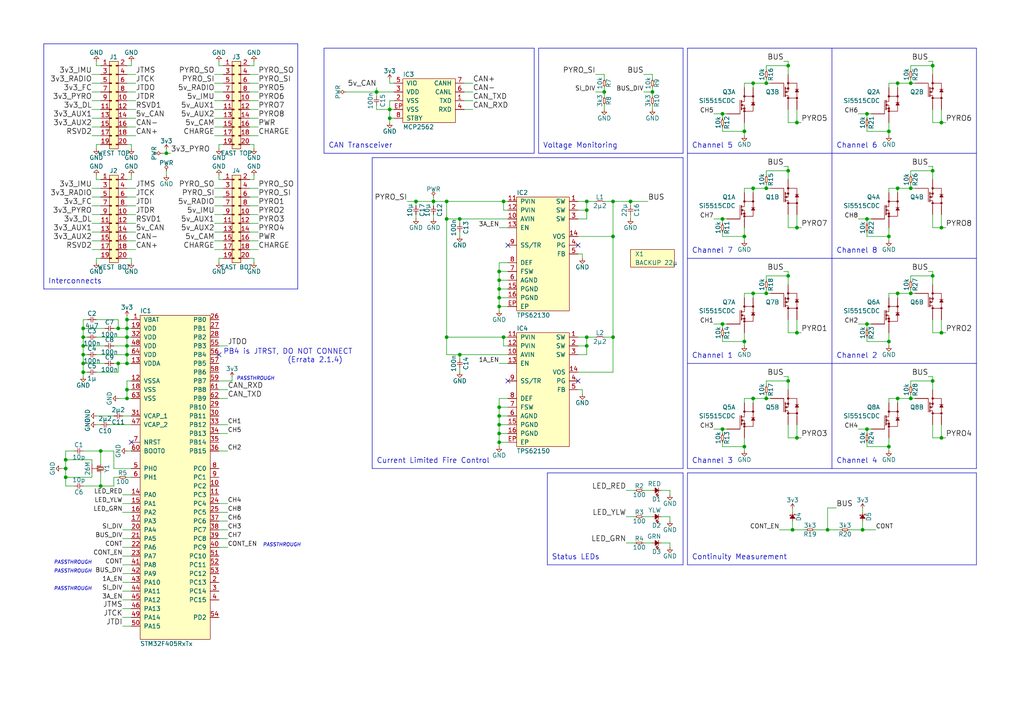
<source format=kicad_sch>
(kicad_sch (version 20230121) (generator eeschema)
  (paper "A4")
  (title_block (title "M3Pyro") (date "2017-07-12") (rev "2") (company "CU Spaceflight") (comment 1 "Drawn By: Adam Greig"))
  (junction (at 264.16 54.61))
  (junction (at 215.9 99.06))
  (junction (at 222.25 115.57))
  (junction (at 24.13 97.79))
  (junction (at 144.78 118.11))
  (junction (at 125.73 58.42))
  (junction (at 34.29 105.41))
  (junction (at 251.46 124.46))
  (junction (at 120.65 58.42))
  (junction (at 144.78 83.82))
  (junction (at 231.14 96.52))
  (junction (at 215.9 129.54))
  (junction (at 144.78 125.73))
  (junction (at 24.13 100.33))
  (junction (at 222.25 85.09))
  (junction (at 270.51 49.53))
  (junction (at 170.18 100.33))
  (junction (at 260.35 85.09))
  (junction (at 170.18 97.79))
  (junction (at 257.81 68.58))
  (junction (at 273.05 127))
  (junction (at 270.51 19.05))
  (junction (at 273.05 96.52))
  (junction (at 144.78 120.65))
  (junction (at 228.6 49.53))
  (junction (at 273.05 66.04))
  (junction (at 24.13 105.41))
  (junction (at 48.26 44.45))
  (junction (at 177.8 97.79))
  (junction (at 129.54 97.79))
  (junction (at 231.14 35.56))
  (junction (at 19.05 138.43))
  (junction (at 218.44 54.61))
  (junction (at 264.16 115.57))
  (junction (at 170.18 58.42))
  (junction (at 264.16 85.09))
  (junction (at 257.81 99.06))
  (junction (at 270.51 110.49))
  (junction (at 251.46 33.02))
  (junction (at 228.6 110.49))
  (junction (at 229.87 153.67))
  (junction (at 228.6 19.05))
  (junction (at 24.13 102.87))
  (junction (at 189.23 26.67))
  (junction (at 273.05 35.56))
  (junction (at 209.55 33.02))
  (junction (at 218.44 85.09))
  (junction (at 228.6 80.01))
  (junction (at 36.83 95.25))
  (junction (at 260.35 24.13))
  (junction (at 144.78 88.9))
  (junction (at 170.18 60.96))
  (junction (at 36.83 113.03))
  (junction (at 36.83 92.71))
  (junction (at 29.21 130.81))
  (junction (at 36.83 115.57))
  (junction (at 260.35 115.57))
  (junction (at 240.03 153.67))
  (junction (at 133.35 102.87))
  (junction (at 251.46 93.98))
  (junction (at 231.14 127))
  (junction (at 146.05 97.79))
  (junction (at 109.22 26.67))
  (junction (at 177.8 68.58))
  (junction (at 113.03 31.75))
  (junction (at 144.78 78.74))
  (junction (at 215.9 68.58))
  (junction (at 209.55 124.46))
  (junction (at 218.44 115.57))
  (junction (at 146.05 58.42))
  (junction (at 133.35 63.5))
  (junction (at 177.8 58.42))
  (junction (at 222.25 54.61))
  (junction (at 19.05 133.35))
  (junction (at 209.55 93.98))
  (junction (at 250.19 153.67))
  (junction (at 34.29 95.25))
  (junction (at 36.83 100.33))
  (junction (at 24.13 95.25))
  (junction (at 222.25 24.13))
  (junction (at 36.83 102.87))
  (junction (at 251.46 63.5))
  (junction (at 215.9 38.1))
  (junction (at 144.78 86.36))
  (junction (at 24.13 107.95))
  (junction (at 218.44 24.13))
  (junction (at 209.55 63.5))
  (junction (at 129.54 58.42))
  (junction (at 144.78 123.19))
  (junction (at 182.88 58.42))
  (junction (at 19.05 135.89))
  (junction (at 36.83 105.41))
  (junction (at 257.81 38.1))
  (junction (at 113.03 34.29))
  (junction (at 36.83 97.79))
  (junction (at 270.51 80.01))
  (junction (at 257.81 129.54))
  (junction (at 264.16 24.13))
  (junction (at 129.54 63.5))
  (junction (at 144.78 128.27))
  (junction (at 231.14 66.04))
  (junction (at 175.26 26.67))
  (junction (at 29.21 140.97))
  (junction (at 260.35 54.61))
  (junction (at 144.78 81.28))
  (no_connect (at 38.1 128.27))
  (no_connect (at 147.32 71.12))
  (no_connect (at 147.32 110.49))
  (no_connect (at 63.5 102.87))
  (no_connect (at 167.64 110.49))
  (no_connect (at 167.64 71.12))
  (wire (pts (xy 260.35 116.84) (xy 260.35 115.57)))
  (wire (pts (xy 72.39 31.75) (xy 74.93 31.75)))
  (wire (pts (xy 189.23 31.75) (xy 189.23 30.48)))
  (wire (pts (xy 228.6 17.78) (xy 228.6 19.05)))
  (wire (pts (xy 231.14 62.23) (xy 231.14 66.04)))
  (polyline (pts (xy 198.12 135.89) (xy 107.95 135.89)))
  (wire (pts (xy 226.06 153.67) (xy 229.87 153.67)))
  (wire (pts (xy 215.9 35.56) (xy 215.9 38.1)))
  (polyline (pts (xy 154.94 13.97) (xy 93.98 13.97)))
  (wire (pts (xy 46.99 44.45) (xy 48.26 44.45)))
  (wire (pts (xy 27.94 19.05) (xy 29.21 19.05)))
  (wire (pts (xy 36.83 26.67) (xy 39.37 26.67)))
  (wire (pts (xy 73.66 41.91) (xy 73.66 43.18)))
  (wire (pts (xy 218.44 24.13) (xy 222.25 24.13)))
  (wire (pts (xy 29.21 74.93) (xy 27.94 74.93)))
  (wire (pts (xy 72.39 19.05) (xy 73.66 19.05)))
  (wire (pts (xy 194.31 149.86) (xy 194.31 151.13)))
  (wire (pts (xy 109.22 31.75) (xy 113.03 31.75)))
  (wire (pts (xy 34.29 115.57) (xy 36.83 115.57)))
  (wire (pts (xy 113.03 29.21) (xy 113.03 31.75)))
  (wire (pts (xy 63.5 41.91) (xy 63.5 43.18)))
  (polyline (pts (xy 199.39 13.97) (xy 283.21 13.97)))
  (wire (pts (xy 186.69 149.86) (xy 189.23 149.86)))
  (wire (pts (xy 147.32 100.33) (xy 146.05 100.33)))
  (wire (pts (xy 260.35 24.13) (xy 264.16 24.13)))
  (wire (pts (xy 72.39 41.91) (xy 73.66 41.91)))
  (wire (pts (xy 26.67 134.62) (xy 26.67 133.35)))
  (wire (pts (xy 209.55 68.58) (xy 209.55 67.31)))
  (wire (pts (xy 26.67 36.83) (xy 29.21 36.83)))
  (wire (pts (xy 36.83 102.87) (xy 36.83 105.41)))
  (wire (pts (xy 177.8 58.42) (xy 182.88 58.42)))
  (wire (pts (xy 64.77 19.05) (xy 63.5 19.05)))
  (wire (pts (xy 72.39 59.69) (xy 74.93 59.69)))
  (wire (pts (xy 36.83 34.29) (xy 39.37 34.29)))
  (wire (pts (xy 264.16 49.53) (xy 270.51 49.53)))
  (wire (pts (xy 72.39 64.77) (xy 74.93 64.77)))
  (wire (pts (xy 167.64 113.03) (xy 168.91 113.03)))
  (wire (pts (xy 36.83 52.07) (xy 38.1 52.07)))
  (wire (pts (xy 113.03 34.29) (xy 113.03 35.56)))
  (wire (pts (xy 251.46 129.54) (xy 251.46 128.27)))
  (wire (pts (xy 64.77 52.07) (xy 63.5 52.07)))
  (wire (pts (xy 251.46 63.5) (xy 251.46 64.77)))
  (wire (pts (xy 19.05 140.97) (xy 21.59 140.97)))
  (wire (pts (xy 120.65 63.5) (xy 120.65 62.23)))
  (polyline (pts (xy 198.12 44.45) (xy 156.21 44.45)))
  (wire (pts (xy 64.77 59.69) (xy 62.23 59.69)))
  (wire (pts (xy 24.13 140.97) (xy 29.21 140.97)))
  (wire (pts (xy 29.21 24.13) (xy 26.67 24.13)))
  (wire (pts (xy 215.9 66.04) (xy 215.9 68.58)))
  (wire (pts (xy 134.62 31.75) (xy 137.16 31.75)))
  (wire (pts (xy 134.62 29.21) (xy 137.16 29.21)))
  (wire (pts (xy 177.8 97.79) (xy 177.8 107.95)))
  (wire (pts (xy 63.5 125.73) (xy 66.04 125.73)))
  (polyline (pts (xy 199.39 105.41) (xy 283.21 105.41)))
  (wire (pts (xy 194.31 157.48) (xy 194.31 158.75)))
  (wire (pts (xy 264.16 24.13) (xy 265.43 24.13)))
  (wire (pts (xy 33.02 138.43) (xy 33.02 140.97)))
  (wire (pts (xy 30.48 100.33) (xy 24.13 100.33)))
  (wire (pts (xy 24.13 97.79) (xy 24.13 100.33)))
  (wire (pts (xy 228.6 92.71) (xy 228.6 96.52)))
  (wire (pts (xy 167.64 58.42) (xy 170.18 58.42)))
  (polyline (pts (xy 12.7 83.82) (xy 86.36 83.82)))
  (wire (pts (xy 24.13 105.41) (xy 24.13 107.95)))
  (wire (pts (xy 228.6 127) (xy 231.14 127)))
  (wire (pts (xy 264.16 24.13) (xy 264.16 22.86)))
  (wire (pts (xy 129.54 58.42) (xy 129.54 63.5)))
  (wire (pts (xy 191.77 142.24) (xy 194.31 142.24)))
  (wire (pts (xy 29.21 29.21) (xy 26.67 29.21)))
  (wire (pts (xy 36.83 102.87) (xy 38.1 102.87)))
  (wire (pts (xy 177.8 58.42) (xy 177.8 68.58)))
  (wire (pts (xy 72.39 21.59) (xy 74.93 21.59)))
  (wire (pts (xy 33.02 100.33) (xy 36.83 100.33)))
  (wire (pts (xy 222.25 20.32) (xy 222.25 19.05)))
  (wire (pts (xy 260.35 85.09) (xy 264.16 85.09)))
  (wire (pts (xy 251.46 93.98) (xy 251.46 95.25)))
  (wire (pts (xy 38.1 52.07) (xy 38.1 50.8)))
  (polyline (pts (xy 199.39 13.97) (xy 199.39 135.89)))
  (wire (pts (xy 167.64 97.79) (xy 170.18 97.79)))
  (polyline (pts (xy 198.12 137.16) (xy 198.12 163.83)))
  (wire (pts (xy 215.9 85.09) (xy 218.44 85.09)))
  (wire (pts (xy 175.26 26.67) (xy 175.26 27.94)))
  (wire (pts (xy 36.83 21.59) (xy 39.37 21.59)))
  (wire (pts (xy 191.77 157.48) (xy 194.31 157.48)))
  (wire (pts (xy 29.21 64.77) (xy 26.67 64.77)))
  (wire (pts (xy 215.9 25.4) (xy 215.9 24.13)))
  (wire (pts (xy 34.29 105.41) (xy 36.83 105.41)))
  (wire (pts (xy 129.54 97.79) (xy 146.05 97.79)))
  (wire (pts (xy 64.77 31.75) (xy 62.23 31.75)))
  (polyline (pts (xy 199.39 44.45) (xy 283.21 44.45)))
  (wire (pts (xy 64.77 26.67) (xy 62.23 26.67)))
  (polyline (pts (xy 283.21 135.89) (xy 199.39 135.89)))
  (wire (pts (xy 264.16 19.05) (xy 270.51 19.05)))
  (wire (pts (xy 34.29 92.71) (xy 34.29 95.25)))
  (wire (pts (xy 257.81 25.4) (xy 257.81 24.13)))
  (wire (pts (xy 250.19 153.67) (xy 254 153.67)))
  (wire (pts (xy 144.78 86.36) (xy 147.32 86.36)))
  (wire (pts (xy 36.83 31.75) (xy 39.37 31.75)))
  (wire (pts (xy 26.67 69.85) (xy 29.21 69.85)))
  (wire (pts (xy 189.23 25.4) (xy 189.23 26.67)))
  (polyline (pts (xy 199.39 74.93) (xy 283.21 74.93)))
  (wire (pts (xy 144.78 83.82) (xy 144.78 86.36)))
  (wire (pts (xy 27.94 74.93) (xy 27.94 76.2)))
  (wire (pts (xy 19.05 135.89) (xy 17.78 135.89)))
  (wire (pts (xy 38.1 74.93) (xy 38.1 76.2)))
  (wire (pts (xy 36.83 95.25) (xy 38.1 95.25)))
  (wire (pts (xy 73.66 19.05) (xy 73.66 17.78)))
  (wire (pts (xy 257.81 127) (xy 257.81 129.54)))
  (polyline (pts (xy 156.21 44.45) (xy 156.21 13.97)))
  (wire (pts (xy 215.9 127) (xy 215.9 129.54)))
  (wire (pts (xy 144.78 105.41) (xy 147.32 105.41)))
  (wire (pts (xy 24.13 95.25) (xy 24.13 97.79)))
  (wire (pts (xy 72.39 34.29) (xy 74.93 34.29)))
  (wire (pts (xy 27.94 123.19) (xy 29.21 123.19)))
  (wire (pts (xy 209.55 129.54) (xy 209.55 128.27)))
  (wire (pts (xy 30.48 105.41) (xy 24.13 105.41)))
  (wire (pts (xy 38.1 41.91) (xy 38.1 43.18)))
  (wire (pts (xy 34.29 95.25) (xy 36.83 95.25)))
  (wire (pts (xy 25.4 102.87) (xy 24.13 102.87)))
  (wire (pts (xy 260.35 25.4) (xy 260.35 24.13)))
  (wire (pts (xy 181.61 157.48) (xy 184.15 157.48)))
  (wire (pts (xy 24.13 92.71) (xy 24.13 95.25)))
  (wire (pts (xy 270.51 110.49) (xy 270.51 113.03)))
  (wire (pts (xy 209.55 33.02) (xy 209.55 34.29)))
  (wire (pts (xy 215.9 115.57) (xy 218.44 115.57)))
  (wire (pts (xy 228.6 80.01) (xy 228.6 82.55)))
  (wire (pts (xy 228.6 62.23) (xy 228.6 66.04)))
  (wire (pts (xy 257.81 66.04) (xy 257.81 68.58)))
  (wire (pts (xy 133.35 67.31) (xy 133.35 68.58)))
  (wire (pts (xy 167.64 60.96) (xy 170.18 60.96)))
  (wire (pts (xy 222.25 19.05) (xy 228.6 19.05)))
  (wire (pts (xy 29.21 140.97) (xy 33.02 140.97)))
  (wire (pts (xy 27.94 41.91) (xy 27.94 43.18)))
  (wire (pts (xy 29.21 34.29) (xy 26.67 34.29)))
  (wire (pts (xy 228.6 17.78) (xy 227.33 17.78)))
  (wire (pts (xy 72.39 54.61) (xy 74.93 54.61)))
  (wire (pts (xy 257.81 96.52) (xy 257.81 99.06)))
  (polyline (pts (xy 158.75 163.83) (xy 158.75 137.16)))
  (wire (pts (xy 129.54 63.5) (xy 129.54 97.79)))
  (wire (pts (xy 62.23 34.29) (xy 64.77 34.29)))
  (wire (pts (xy 189.23 26.67) (xy 189.23 27.94)))
  (wire (pts (xy 257.81 38.1) (xy 257.81 39.37)))
  (wire (pts (xy 74.93 29.21) (xy 72.39 29.21)))
  (wire (pts (xy 231.14 31.75) (xy 231.14 35.56)))
  (wire (pts (xy 62.23 24.13) (xy 64.77 24.13)))
  (wire (pts (xy 36.83 113.03) (xy 36.83 115.57)))
  (wire (pts (xy 215.9 54.61) (xy 218.44 54.61)))
  (wire (pts (xy 147.32 118.11) (xy 144.78 118.11)))
  (wire (pts (xy 273.05 62.23) (xy 273.05 66.04)))
  (wire (pts (xy 38.1 166.37) (xy 35.56 166.37)))
  (wire (pts (xy 222.25 85.09) (xy 223.52 85.09)))
  (wire (pts (xy 34.29 107.95) (xy 34.29 105.41)))
  (wire (pts (xy 36.83 29.21) (xy 39.37 29.21)))
  (polyline (pts (xy 12.7 12.7) (xy 12.7 83.82)))
  (wire (pts (xy 270.51 48.26) (xy 270.51 49.53)))
  (wire (pts (xy 147.32 60.96) (xy 146.05 60.96)))
  (wire (pts (xy 175.26 31.75) (xy 175.26 30.48)))
  (wire (pts (xy 64.77 64.77) (xy 62.23 64.77)))
  (wire (pts (xy 64.77 36.83) (xy 62.23 36.83)))
  (wire (pts (xy 273.05 66.04) (xy 274.32 66.04)))
  (wire (pts (xy 24.13 102.87) (xy 24.13 105.41)))
  (wire (pts (xy 74.93 62.23) (xy 72.39 62.23)))
  (wire (pts (xy 144.78 123.19) (xy 144.78 125.73)))
  (wire (pts (xy 218.44 54.61) (xy 222.25 54.61)))
  (wire (pts (xy 175.26 58.42) (xy 177.8 58.42)))
  (wire (pts (xy 29.21 41.91) (xy 27.94 41.91)))
  (wire (pts (xy 222.25 24.13) (xy 223.52 24.13)))
  (wire (pts (xy 38.1 110.49) (xy 36.83 110.49)))
  (wire (pts (xy 36.83 59.69) (xy 39.37 59.69)))
  (wire (pts (xy 251.46 99.06) (xy 257.81 99.06)))
  (wire (pts (xy 264.16 20.32) (xy 264.16 19.05)))
  (wire (pts (xy 74.93 24.13) (xy 72.39 24.13)))
  (wire (pts (xy 248.92 93.98) (xy 251.46 93.98)))
  (wire (pts (xy 250.19 147.32) (xy 250.19 148.59)))
  (wire (pts (xy 146.05 60.96) (xy 146.05 58.42)))
  (wire (pts (xy 251.46 93.98) (xy 252.73 93.98)))
  (wire (pts (xy 38.1 138.43) (xy 36.83 138.43)))
  (wire (pts (xy 147.32 120.65) (xy 144.78 120.65)))
  (polyline (pts (xy 199.39 137.16) (xy 283.21 137.16)))
  (wire (pts (xy 222.25 111.76) (xy 222.25 110.49)))
  (wire (pts (xy 125.73 57.15) (xy 125.73 58.42)))
  (wire (pts (xy 36.83 97.79) (xy 38.1 97.79)))
  (wire (pts (xy 66.04 123.19) (xy 63.5 123.19)))
  (wire (pts (xy 222.25 110.49) (xy 228.6 110.49)))
  (wire (pts (xy 146.05 97.79) (xy 147.32 97.79)))
  (wire (pts (xy 63.5 151.13) (xy 66.04 151.13)))
  (wire (pts (xy 72.39 52.07) (xy 73.66 52.07)))
  (wire (pts (xy 118.11 58.42) (xy 120.65 58.42)))
  (wire (pts (xy 170.18 58.42) (xy 170.18 60.96)))
  (wire (pts (xy 270.51 78.74) (xy 270.51 80.01)))
  (wire (pts (xy 133.35 107.95) (xy 133.35 106.68)))
  (wire (pts (xy 29.21 72.39) (xy 26.67 72.39)))
  (wire (pts (xy 66.04 146.05) (xy 63.5 146.05)))
  (wire (pts (xy 74.93 36.83) (xy 72.39 36.83)))
  (wire (pts (xy 133.35 102.87) (xy 147.32 102.87)))
  (wire (pts (xy 257.81 24.13) (xy 260.35 24.13)))
  (wire (pts (xy 222.25 85.09) (xy 222.25 83.82)))
  (wire (pts (xy 147.32 123.19) (xy 144.78 123.19)))
  (wire (pts (xy 209.55 99.06) (xy 209.55 97.79)))
  (wire (pts (xy 251.46 38.1) (xy 257.81 38.1)))
  (wire (pts (xy 257.81 55.88) (xy 257.81 54.61)))
  (wire (pts (xy 215.9 86.36) (xy 215.9 85.09)))
  (wire (pts (xy 133.35 63.5) (xy 147.32 63.5)))
  (wire (pts (xy 72.39 26.67) (xy 74.93 26.67)))
  (wire (pts (xy 35.56 143.51) (xy 38.1 143.51)))
  (wire (pts (xy 144.78 125.73) (xy 144.78 128.27)))
  (wire (pts (xy 250.19 153.67) (xy 250.19 151.13)))
  (wire (pts (xy 33.02 105.41) (xy 34.29 105.41)))
  (wire (pts (xy 170.18 60.96) (xy 170.18 63.5)))
  (wire (pts (xy 38.1 148.59) (xy 35.56 148.59)))
  (wire (pts (xy 251.46 129.54) (xy 257.81 129.54)))
  (wire (pts (xy 264.16 115.57) (xy 264.16 114.3)))
  (polyline (pts (xy 107.95 45.72) (xy 198.12 45.72)))
  (wire (pts (xy 264.16 54.61) (xy 264.16 53.34)))
  (wire (pts (xy 144.78 115.57) (xy 144.78 118.11)))
  (wire (pts (xy 25.4 92.71) (xy 24.13 92.71)))
  (polyline (pts (xy 86.36 83.82) (xy 86.36 12.7)))
  (wire (pts (xy 21.59 130.81) (xy 19.05 130.81)))
  (wire (pts (xy 36.83 100.33) (xy 38.1 100.33)))
  (wire (pts (xy 120.65 58.42) (xy 125.73 58.42)))
  (wire (pts (xy 273.05 123.19) (xy 273.05 127)))
  (wire (pts (xy 144.78 76.2) (xy 144.78 78.74)))
  (polyline (pts (xy 86.36 12.7) (xy 12.7 12.7)))
  (wire (pts (xy 26.67 137.16) (xy 26.67 138.43)))
  (wire (pts (xy 72.39 74.93) (xy 73.66 74.93)))
  (wire (pts (xy 63.5 74.93) (xy 63.5 76.2)))
  (wire (pts (xy 27.94 52.07) (xy 29.21 52.07)))
  (wire (pts (xy 209.55 63.5) (xy 210.82 63.5)))
  (wire (pts (xy 209.55 124.46) (xy 210.82 124.46)))
  (wire (pts (xy 270.51 109.22) (xy 270.51 110.49)))
  (wire (pts (xy 144.78 120.65) (xy 144.78 123.19)))
  (wire (pts (xy 273.05 35.56) (xy 274.32 35.56)))
  (wire (pts (xy 264.16 80.01) (xy 270.51 80.01)))
  (polyline (pts (xy 241.3 13.97) (xy 241.3 135.89)))
  (wire (pts (xy 147.32 83.82) (xy 144.78 83.82)))
  (wire (pts (xy 63.5 158.75) (xy 66.04 158.75)))
  (wire (pts (xy 228.6 48.26) (xy 227.33 48.26)))
  (wire (pts (xy 218.44 85.09) (xy 222.25 85.09)))
  (polyline (pts (xy 198.12 13.97) (xy 198.12 44.45)))
  (wire (pts (xy 270.51 49.53) (xy 270.51 52.07)))
  (wire (pts (xy 251.46 68.58) (xy 251.46 67.31)))
  (wire (pts (xy 36.83 92.71) (xy 36.83 95.25)))
  (wire (pts (xy 189.23 142.24) (xy 186.69 142.24)))
  (wire (pts (xy 38.1 113.03) (xy 36.83 113.03)))
  (wire (pts (xy 218.44 86.36) (xy 218.44 85.09)))
  (polyline (pts (xy 198.12 45.72) (xy 198.12 135.89)))
  (wire (pts (xy 248.92 33.02) (xy 251.46 33.02)))
  (wire (pts (xy 27.94 102.87) (xy 36.83 102.87)))
  (wire (pts (xy 129.54 58.42) (xy 146.05 58.42)))
  (wire (pts (xy 62.23 67.31) (xy 64.77 67.31)))
  (wire (pts (xy 248.92 124.46) (xy 251.46 124.46)))
  (wire (pts (xy 257.81 85.09) (xy 260.35 85.09)))
  (wire (pts (xy 35.56 179.07) (xy 38.1 179.07)))
  (wire (pts (xy 218.44 116.84) (xy 218.44 115.57)))
  (wire (pts (xy 218.44 115.57) (xy 222.25 115.57)))
  (wire (pts (xy 167.64 68.58) (xy 177.8 68.58)))
  (wire (pts (xy 35.56 173.99) (xy 38.1 173.99)))
  (wire (pts (xy 229.87 153.67) (xy 229.87 151.13)))
  (wire (pts (xy 24.13 107.95) (xy 24.13 109.22)))
  (wire (pts (xy 218.44 25.4) (xy 218.44 24.13)))
  (polyline (pts (xy 93.98 44.45) (xy 154.94 44.45)))
  (wire (pts (xy 36.83 62.23) (xy 39.37 62.23)))
  (wire (pts (xy 270.51 109.22) (xy 269.24 109.22)))
  (wire (pts (xy 257.81 35.56) (xy 257.81 38.1)))
  (wire (pts (xy 251.46 99.06) (xy 251.46 97.79)))
  (wire (pts (xy 228.6 109.22) (xy 228.6 110.49)))
  (wire (pts (xy 228.6 49.53) (xy 228.6 52.07)))
  (wire (pts (xy 19.05 130.81) (xy 19.05 133.35)))
  (wire (pts (xy 36.83 130.81) (xy 38.1 130.81)))
  (wire (pts (xy 270.51 19.05) (xy 270.51 21.59)))
  (wire (pts (xy 63.5 52.07) (xy 63.5 50.8)))
  (wire (pts (xy 215.9 99.06) (xy 215.9 100.33)))
  (wire (pts (xy 264.16 115.57) (xy 265.43 115.57)))
  (wire (pts (xy 62.23 29.21) (xy 64.77 29.21)))
  (wire (pts (xy 264.16 81.28) (xy 264.16 80.01)))
  (wire (pts (xy 207.01 124.46) (xy 209.55 124.46)))
  (wire (pts (xy 189.23 157.48) (xy 186.69 157.48)))
  (wire (pts (xy 260.35 55.88) (xy 260.35 54.61)))
  (wire (pts (xy 63.5 156.21) (xy 66.04 156.21)))
  (wire (pts (xy 273.05 92.71) (xy 273.05 96.52)))
  (wire (pts (xy 63.5 113.03) (xy 66.04 113.03)))
  (wire (pts (xy 264.16 85.09) (xy 265.43 85.09)))
  (wire (pts (xy 33.02 135.89) (xy 38.1 135.89)))
  (wire (pts (xy 67.31 110.49) (xy 67.31 109.22)))
  (wire (pts (xy 222.25 81.28) (xy 222.25 80.01)))
  (wire (pts (xy 73.66 74.93) (xy 73.66 76.2)))
  (wire (pts (xy 207.01 93.98) (xy 209.55 93.98)))
  (wire (pts (xy 231.14 92.71) (xy 231.14 96.52)))
  (wire (pts (xy 33.02 95.25) (xy 34.29 95.25)))
  (wire (pts (xy 72.39 67.31) (xy 74.93 67.31)))
  (wire (pts (xy 270.51 31.75) (xy 270.51 35.56)))
  (wire (pts (xy 120.65 59.69) (xy 120.65 58.42)))
  (wire (pts (xy 209.55 93.98) (xy 209.55 95.25)))
  (wire (pts (xy 29.21 54.61) (xy 26.67 54.61)))
  (polyline (pts (xy 154.94 44.45) (xy 154.94 13.97)))
  (wire (pts (xy 36.83 74.93) (xy 38.1 74.93)))
  (wire (pts (xy 64.77 69.85) (xy 62.23 69.85)))
  (wire (pts (xy 133.35 104.14) (xy 133.35 102.87)))
  (wire (pts (xy 26.67 133.35) (xy 19.05 133.35)))
  (wire (pts (xy 36.83 64.77) (xy 39.37 64.77)))
  (wire (pts (xy 114.3 24.13) (xy 113.03 24.13)))
  (wire (pts (xy 170.18 100.33) (xy 170.18 102.87)))
  (polyline (pts (xy 156.21 13.97) (xy 198.12 13.97)))
  (wire (pts (xy 19.05 135.89) (xy 19.05 138.43)))
  (wire (pts (xy 228.6 110.49) (xy 228.6 113.03)))
  (wire (pts (xy 251.46 38.1) (xy 251.46 36.83)))
  (wire (pts (xy 19.05 138.43) (xy 19.05 140.97)))
  (wire (pts (xy 62.23 39.37) (xy 64.77 39.37)))
  (wire (pts (xy 36.83 110.49) (xy 36.83 113.03)))
  (polyline (pts (xy 283.21 163.83) (xy 199.39 163.83)))
  (wire (pts (xy 29.21 130.81) (xy 33.02 130.81)))
  (wire (pts (xy 38.1 123.19) (xy 31.75 123.19)))
  (wire (pts (xy 26.67 138.43) (xy 19.05 138.43)))
  (wire (pts (xy 113.03 24.13) (xy 113.03 22.86)))
  (wire (pts (xy 228.6 123.19) (xy 228.6 127)))
  (wire (pts (xy 36.83 24.13) (xy 39.37 24.13)))
  (wire (pts (xy 270.51 92.71) (xy 270.51 96.52)))
  (wire (pts (xy 209.55 99.06) (xy 215.9 99.06)))
  (wire (pts (xy 264.16 110.49) (xy 270.51 110.49)))
  (wire (pts (xy 109.22 25.4) (xy 109.22 26.67)))
  (wire (pts (xy 146.05 100.33) (xy 146.05 97.79)))
  (wire (pts (xy 34.29 138.43) (xy 33.02 138.43)))
  (wire (pts (xy 48.26 43.18) (xy 48.26 44.45)))
  (wire (pts (xy 27.94 92.71) (xy 34.29 92.71)))
  (wire (pts (xy 182.88 63.5) (xy 182.88 62.23)))
  (wire (pts (xy 72.39 39.37) (xy 74.93 39.37)))
  (wire (pts (xy 231.14 123.19) (xy 231.14 127)))
  (wire (pts (xy 251.46 124.46) (xy 252.73 124.46)))
  (wire (pts (xy 175.26 21.59) (xy 175.26 22.86)))
  (wire (pts (xy 209.55 38.1) (xy 215.9 38.1)))
  (wire (pts (xy 125.73 63.5) (xy 125.73 62.23)))
  (wire (pts (xy 74.93 69.85) (xy 72.39 69.85)))
  (wire (pts (xy 168.91 73.66) (xy 168.91 74.93)))
  (wire (pts (xy 129.54 102.87) (xy 133.35 102.87)))
  (wire (pts (xy 215.9 96.52) (xy 215.9 99.06)))
  (wire (pts (xy 35.56 120.65) (xy 38.1 120.65)))
  (wire (pts (xy 182.88 58.42) (xy 182.88 59.69)))
  (wire (pts (xy 209.55 93.98) (xy 210.82 93.98)))
  (wire (pts (xy 109.22 26.67) (xy 109.22 27.94)))
  (wire (pts (xy 36.83 91.44) (xy 36.83 92.71)))
  (wire (pts (xy 228.6 66.04) (xy 231.14 66.04)))
  (wire (pts (xy 114.3 29.21) (xy 113.03 29.21)))
  (wire (pts (xy 134.62 26.67) (xy 137.16 26.67)))
  (wire (pts (xy 29.21 134.62) (xy 29.21 130.81)))
  (wire (pts (xy 147.32 125.73) (xy 144.78 125.73)))
  (wire (pts (xy 228.6 109.22) (xy 227.33 109.22)))
  (wire (pts (xy 228.6 78.74) (xy 228.6 80.01)))
  (wire (pts (xy 264.16 85.09) (xy 264.16 83.82)))
  (wire (pts (xy 19.05 133.35) (xy 19.05 135.89)))
  (wire (pts (xy 236.22 153.67) (xy 240.03 153.67)))
  (wire (pts (xy 36.83 69.85) (xy 39.37 69.85)))
  (wire (pts (xy 209.55 68.58) (xy 215.9 68.58)))
  (wire (pts (xy 36.83 57.15) (xy 39.37 57.15)))
  (wire (pts (xy 189.23 26.67) (xy 186.69 26.67)))
  (wire (pts (xy 257.81 116.84) (xy 257.81 115.57)))
  (wire (pts (xy 251.46 33.02) (xy 251.46 34.29)))
  (wire (pts (xy 222.25 50.8) (xy 222.25 49.53)))
  (wire (pts (xy 63.5 110.49) (xy 67.31 110.49)))
  (wire (pts (xy 270.51 66.04) (xy 273.05 66.04)))
  (wire (pts (xy 228.6 96.52) (xy 231.14 96.52)))
  (wire (pts (xy 38.1 156.21) (xy 35.56 156.21)))
  (wire (pts (xy 228.6 19.05) (xy 228.6 21.59)))
  (wire (pts (xy 215.9 116.84) (xy 215.9 115.57)))
  (wire (pts (xy 74.93 57.15) (xy 72.39 57.15)))
  (wire (pts (xy 260.35 54.61) (xy 264.16 54.61)))
  (wire (pts (xy 64.77 41.91) (xy 63.5 41.91)))
  (wire (pts (xy 257.81 129.54) (xy 257.81 130.81)))
  (wire (pts (xy 29.21 67.31) (xy 26.67 67.31)))
  (wire (pts (xy 189.23 21.59) (xy 189.23 22.86)))
  (polyline (pts (xy 283.21 13.97) (xy 283.21 135.89)))
  (wire (pts (xy 270.51 123.19) (xy 270.51 127)))
  (wire (pts (xy 144.78 88.9) (xy 144.78 90.17)))
  (wire (pts (xy 215.9 68.58) (xy 215.9 69.85)))
  (wire (pts (xy 218.44 55.88) (xy 218.44 54.61)))
  (wire (pts (xy 186.69 21.59) (xy 189.23 21.59)))
  (wire (pts (xy 231.14 96.52) (xy 232.41 96.52)))
  (wire (pts (xy 133.35 64.77) (xy 133.35 63.5)))
  (wire (pts (xy 27.94 107.95) (xy 34.29 107.95)))
  (wire (pts (xy 36.83 36.83) (xy 39.37 36.83)))
  (wire (pts (xy 147.32 78.74) (xy 144.78 78.74)))
  (wire (pts (xy 257.81 54.61) (xy 260.35 54.61)))
  (wire (pts (xy 29.21 57.15) (xy 26.67 57.15)))
  (wire (pts (xy 144.78 81.28) (xy 147.32 81.28)))
  (wire (pts (xy 228.6 31.75) (xy 228.6 35.56)))
  (wire (pts (xy 64.77 21.59) (xy 62.23 21.59)))
  (wire (pts (xy 64.77 54.61) (xy 62.23 54.61)))
  (wire (pts (xy 170.18 100.33) (xy 167.64 100.33)))
  (wire (pts (xy 62.23 57.15) (xy 64.77 57.15)))
  (wire (pts (xy 215.9 55.88) (xy 215.9 54.61)))
  (wire (pts (xy 257.81 86.36) (xy 257.81 85.09)))
  (wire (pts (xy 25.4 107.95) (xy 24.13 107.95)))
  (wire (pts (xy 215.9 38.1) (xy 215.9 39.37)))
  (wire (pts (xy 62.23 62.23) (xy 64.77 62.23)))
  (wire (pts (xy 62.23 72.39) (xy 64.77 72.39)))
  (wire (pts (xy 33.02 130.81) (xy 33.02 135.89)))
  (wire (pts (xy 144.78 128.27) (xy 144.78 129.54)))
  (wire (pts (xy 175.26 97.79) (xy 177.8 97.79)))
  (wire (pts (xy 147.32 128.27) (xy 144.78 128.27)))
  (wire (pts (xy 260.35 86.36) (xy 260.35 85.09)))
  (wire (pts (xy 207.01 63.5) (xy 209.55 63.5)))
  (wire (pts (xy 35.56 158.75) (xy 38.1 158.75)))
  (wire (pts (xy 29.21 59.69) (xy 26.67 59.69)))
  (wire (pts (xy 270.51 17.78) (xy 270.51 19.05)))
  (wire (pts (xy 231.14 127) (xy 232.41 127)))
  (wire (pts (xy 177.8 107.95) (xy 167.64 107.95)))
  (wire (pts (xy 30.48 95.25) (xy 24.13 95.25)))
  (wire (pts (xy 144.78 86.36) (xy 144.78 88.9)))
  (wire (pts (xy 264.16 54.61) (xy 265.43 54.61)))
  (wire (pts (xy 109.22 26.67) (xy 114.3 26.67)))
  (wire (pts (xy 36.83 105.41) (xy 38.1 105.41)))
  (wire (pts (xy 66.04 153.67) (xy 63.5 153.67)))
  (wire (pts (xy 257.81 99.06) (xy 257.81 100.33)))
  (wire (pts (xy 144.78 66.04) (xy 147.32 66.04)))
  (wire (pts (xy 38.1 146.05) (xy 35.56 146.05)))
  (wire (pts (xy 35.56 153.67) (xy 38.1 153.67)))
  (wire (pts (xy 215.9 129.54) (xy 215.9 130.81)))
  (wire (pts (xy 228.6 48.26) (xy 228.6 49.53)))
  (wire (pts (xy 114.3 34.29) (xy 113.03 34.29)))
  (wire (pts (xy 27.94 17.78) (xy 27.94 19.05)))
  (wire (pts (xy 209.55 63.5) (xy 209.55 64.77)))
  (wire (pts (xy 35.56 168.91) (xy 38.1 168.91)))
  (wire (pts (xy 129.54 97.79) (xy 129.54 102.87)))
  (wire (pts (xy 181.61 142.24) (xy 184.15 142.24)))
  (wire (pts (xy 273.05 127) (xy 274.32 127)))
  (wire (pts (xy 191.77 149.86) (xy 194.31 149.86)))
  (wire (pts (xy 27.94 50.8) (xy 27.94 52.07)))
  (wire (pts (xy 29.21 26.67) (xy 26.67 26.67)))
  (wire (pts (xy 270.51 96.52) (xy 273.05 96.52)))
  (wire (pts (xy 66.04 130.81) (xy 63.5 130.81)))
  (wire (pts (xy 113.03 31.75) (xy 113.03 34.29)))
  (wire (pts (xy 222.25 54.61) (xy 222.25 53.34)))
  (wire (pts (xy 48.26 49.53) (xy 48.26 50.8)))
  (wire (pts (xy 246.38 153.67) (xy 250.19 153.67)))
  (wire (pts (xy 209.55 33.02) (xy 210.82 33.02)))
  (wire (pts (xy 177.8 68.58) (xy 177.8 97.79)))
  (wire (pts (xy 270.51 62.23) (xy 270.51 66.04)))
  (wire (pts (xy 35.56 163.83) (xy 38.1 163.83)))
  (wire (pts (xy 125.73 58.42) (xy 129.54 58.42)))
  (wire (pts (xy 147.32 76.2) (xy 144.78 76.2)))
  (wire (pts (xy 264.16 111.76) (xy 264.16 110.49)))
  (wire (pts (xy 273.05 31.75) (xy 273.05 35.56)))
  (wire (pts (xy 228.6 78.74) (xy 227.33 78.74)))
  (wire (pts (xy 29.21 39.37) (xy 26.67 39.37)))
  (wire (pts (xy 146.05 58.42) (xy 147.32 58.42)))
  (wire (pts (xy 228.6 35.56) (xy 231.14 35.56)))
  (wire (pts (xy 260.35 115.57) (xy 264.16 115.57)))
  (wire (pts (xy 35.56 161.29) (xy 38.1 161.29)))
  (wire (pts (xy 63.5 100.33) (xy 66.04 100.33)))
  (wire (pts (xy 109.22 30.48) (xy 109.22 31.75)))
  (wire (pts (xy 248.92 63.5) (xy 251.46 63.5)))
  (wire (pts (xy 170.18 97.79) (xy 172.72 97.79)))
  (wire (pts (xy 240.03 153.67) (xy 243.84 153.67)))
  (wire (pts (xy 167.64 73.66) (xy 168.91 73.66)))
  (wire (pts (xy 231.14 35.56) (xy 232.41 35.56)))
  (wire (pts (xy 29.21 21.59) (xy 26.67 21.59)))
  (polyline (pts (xy 198.12 163.83) (xy 158.75 163.83)))
  (wire (pts (xy 48.26 44.45) (xy 49.53 44.45)))
  (wire (pts (xy 36.83 39.37) (xy 39.37 39.37)))
  (wire (pts (xy 229.87 147.32) (xy 229.87 148.59)))
  (wire (pts (xy 29.21 137.16) (xy 29.21 140.97)))
  (wire (pts (xy 172.72 21.59) (xy 175.26 21.59)))
  (wire (pts (xy 144.78 118.11) (xy 144.78 120.65)))
  (wire (pts (xy 134.62 24.13) (xy 137.16 24.13)))
  (wire (pts (xy 36.83 92.71) (xy 38.1 92.71)))
  (wire (pts (xy 182.88 58.42) (xy 187.96 58.42)))
  (wire (pts (xy 257.81 115.57) (xy 260.35 115.57)))
  (wire (pts (xy 270.51 35.56) (xy 273.05 35.56)))
  (wire (pts (xy 207.01 33.02) (xy 209.55 33.02)))
  (wire (pts (xy 36.83 115.57) (xy 38.1 115.57)))
  (wire (pts (xy 270.51 17.78) (xy 269.24 17.78)))
  (wire (pts (xy 36.83 100.33) (xy 36.83 102.87)))
  (wire (pts (xy 209.55 129.54) (xy 215.9 129.54)))
  (wire (pts (xy 222.25 49.53) (xy 228.6 49.53)))
  (wire (pts (xy 64.77 74.93) (xy 63.5 74.93)))
  (wire (pts (xy 144.78 115.57) (xy 147.32 115.57)))
  (wire (pts (xy 29.21 62.23) (xy 26.67 62.23)))
  (wire (pts (xy 231.14 66.04) (xy 232.41 66.04)))
  (wire (pts (xy 209.55 38.1) (xy 209.55 36.83)))
  (wire (pts (xy 184.15 149.86) (xy 181.61 149.86)))
  (wire (pts (xy 229.87 153.67) (xy 233.68 153.67)))
  (polyline (pts (xy 199.39 163.83) (xy 199.39 137.16)))
  (wire (pts (xy 170.18 97.79) (xy 170.18 100.33)))
  (wire (pts (xy 29.21 31.75) (xy 26.67 31.75)))
  (wire (pts (xy 222.25 54.61) (xy 223.52 54.61)))
  (wire (pts (xy 264.16 50.8) (xy 264.16 49.53)))
  (wire (pts (xy 36.83 54.61) (xy 39.37 54.61)))
  (wire (pts (xy 240.03 147.32) (xy 242.57 147.32)))
  (wire (pts (xy 27.94 97.79) (xy 36.83 97.79)))
  (wire (pts (xy 209.55 124.46) (xy 209.55 125.73)))
  (wire (pts (xy 170.18 63.5) (xy 167.64 63.5)))
  (polyline (pts (xy 93.98 13.97) (xy 93.98 44.45)))
  (wire (pts (xy 194.31 142.24) (xy 194.31 143.51)))
  (wire (pts (xy 222.25 24.13) (xy 222.25 22.86)))
  (wire (pts (xy 63.5 19.05) (xy 63.5 17.78)))
  (polyline (pts (xy 158.75 137.16) (xy 198.12 137.16)))
  (wire (pts (xy 36.83 19.05) (xy 38.1 19.05)))
  (wire (pts (xy 38.1 181.61) (xy 35.56 181.61)))
  (wire (pts (xy 251.46 124.46) (xy 251.46 125.73)))
  (wire (pts (xy 36.83 72.39) (xy 39.37 72.39)))
  (wire (pts (xy 175.26 26.67) (xy 172.72 26.67)))
  (wire (pts (xy 36.83 41.91) (xy 38.1 41.91)))
  (wire (pts (xy 144.78 88.9) (xy 147.32 88.9)))
  (polyline (pts (xy 107.95 135.89) (xy 107.95 45.72)))
  (wire (pts (xy 24.13 100.33) (xy 24.13 102.87)))
  (wire (pts (xy 38.1 171.45) (xy 35.56 171.45)))
  (wire (pts (xy 222.25 115.57) (xy 222.25 114.3)))
  (wire (pts (xy 36.83 97.79) (xy 36.83 100.33)))
  (wire (pts (xy 170.18 102.87) (xy 167.64 102.87)))
  (wire (pts (xy 251.46 68.58) (xy 257.81 68.58)))
  (wire (pts (xy 257.81 68.58) (xy 257.81 69.85)))
  (wire (pts (xy 144.78 78.74) (xy 144.78 81.28)))
  (wire (pts (xy 38.1 176.53) (xy 35.56 176.53)))
  (wire (pts (xy 113.03 31.75) (xy 114.3 31.75)))
  (wire (pts (xy 270.51 48.26) (xy 269.24 48.26)))
  (wire (pts (xy 251.46 63.5) (xy 252.73 63.5)))
  (wire (pts (xy 251.46 33.02) (xy 252.73 33.02)))
  (wire (pts (xy 36.83 67.31) (xy 39.37 67.31)))
  (wire (pts (xy 270.51 80.01) (xy 270.51 82.55)))
  (wire (pts (xy 125.73 58.42) (xy 125.73 59.69)))
  (wire (pts (xy 215.9 24.13) (xy 218.44 24.13)))
  (wire (pts (xy 38.1 19.05) (xy 38.1 17.78)))
  (wire (pts (xy 24.13 130.81) (xy 29.21 130.81)))
  (wire (pts (xy 100.33 26.67) (xy 109.22 26.67)))
  (wire (pts (xy 73.66 52.07) (xy 73.66 50.8)))
  (wire (pts (xy 66.04 115.57) (xy 63.5 115.57)))
  (wire (pts (xy 25.4 97.79) (xy 24.13 97.79)))
  (wire (pts (xy 222.25 115.57) (xy 223.52 115.57)))
  (wire (pts (xy 72.39 72.39) (xy 74.93 72.39)))
  (wire (pts (xy 270.51 127) (xy 273.05 127)))
  (wire (pts (xy 144.78 81.28) (xy 144.78 83.82)))
  (polyline (pts (xy 283.21 137.16) (xy 283.21 163.83)))
  (wire (pts (xy 27.94 120.65) (xy 33.02 120.65)))
  (wire (pts (xy 63.5 148.59) (xy 66.04 148.59)))
  (wire (pts (xy 36.83 95.25) (xy 36.83 97.79)))
  (wire (pts (xy 175.26 25.4) (xy 175.26 26.67)))
  (wire (pts (xy 270.51 78.74) (xy 269.24 78.74)))
  (wire (pts (xy 168.91 113.03) (xy 168.91 114.3)))
  (wire (pts (xy 222.25 80.01) (xy 228.6 80.01)))
  (wire (pts (xy 273.05 96.52) (xy 274.32 96.52)))
  (wire (pts (xy 240.03 153.67) (xy 240.03 147.32)))
  (wire (pts (xy 170.18 58.42) (xy 172.72 58.42)))
  (wire (pts (xy 129.54 63.5) (xy 133.35 63.5)))
  (text "CAN Transceiver" (at 95.25 43.18 0) (effects (font (size 1.524 1.524)) (justify left bottom)))
  (text "Channel 4" (at 242.57 134.62 0) (effects (font (size 1.524 1.524)) (justify left bottom)))
  (text "Channel 1" (at 200.66 104.14 0) (effects (font (size 1.524 1.524)) (justify left bottom)))
  (text "PASSTHROUGH" (at 26.67 166.37 0) (effects (font (size 1.016 1.016) italic) (justify right bottom)))
  (text "Channel 7" (at 200.66 73.66 0) (effects (font (size 1.524 1.524)) (justify left bottom)))
  (text "Channel 5" (at 200.66 43.18 0) (effects (font (size 1.524 1.524)) (justify left bottom)))
  (text "Channel 3" (at 200.66 134.62 0) (effects (font (size 1.524 1.524)) (justify left bottom)))
  (text "PASSTHROUGH" (at 26.67 163.83 0) (effects (font (size 1.016 1.016) italic) (justify right bottom)))
  (text "Status LEDs" (at 160.02 162.56 0) (effects (font (size 1.524 1.524)) (justify left bottom)))
  (text "Voltage Monitoring" (at 157.48 43.18 0) (effects (font (size 1.524 1.524)) (justify left bottom)))
  (text "Channel 2" (at 242.57 104.14 0) (effects (font (size 1.524 1.524)) (justify left bottom)))
  (text "Channel 6" (at 242.57 43.18 0) (effects (font (size 1.524 1.524)) (justify left bottom)))
  (text "PASSTHROUGH" (at 76.2 158.75 0) (effects (font (size 1.016 1.016) italic) (justify left bottom)))
  (text "PB4 is JTRST, DO NOT CONNECT\n                (Errata 2.1.4)" (at 64.77 105.41 0) (effects (font (size 1.524 1.524)) (justify left bottom)))
  (text "Current Limited Fire Control" (at 109.22 134.62 0) (effects (font (size 1.524 1.524)) (justify left bottom)))
  (text "PASSTHROUGH" (at 68.58 110.49 0) (effects (font (size 1.016 1.016) italic) (justify left bottom)))
  (text "Channel 8" (at 242.57 73.66 0) (effects (font (size 1.524 1.524)) (justify left bottom)))
  (text "PASSTHROUGH" (at 26.67 171.45 0) (effects (font (size 1.016 1.016) italic) (justify right bottom)))
  (text "Interconnects" (at 13.97 82.55 0) (effects (font (size 1.524 1.524)) (justify left bottom)))
  (text "Continuity Measurement" (at 200.66 162.56 0) (effects (font (size 1.524 1.524)) (justify left bottom)))
  (label "CH7" (at 207.01 63.5 180))
  (label "CHARGE" (at 74.93 72.39 0) (effects (font (size 1.524 1.524))))
  (label "3v3_RADIO" (at 26.67 24.13 180) (effects (font (size 1.524 1.524))))
  (label "CH8" (at 248.92 63.5 180))
  (label "PYRO3" (at 74.93 64.77 0) (effects (font (size 1.524 1.524))))
  (label "5v_RADIO" (at 62.23 59.69 180) (effects (font (size 1.524 1.524))))
  (label "PYRO_SI" (at 62.23 57.15 180) (effects (font (size 1.524 1.524))))
  (label "5v_AUX2" (at 62.23 34.29 180) (effects (font (size 1.524 1.524))))
  (label "BUS" (at 187.96 58.42 0) (effects (font (size 1.524 1.524))))
  (label "3A_EN" (at 144.78 66.04 180))
  (label "3v3_IMU" (at 26.67 21.59 180) (effects (font (size 1.524 1.524))))
  (label "CAN-" (at 137.16 26.67 0) (effects (font (size 1.524 1.524))))
  (label "JTMS" (at 39.37 21.59 0) (effects (font (size 1.524 1.524))))
  (label "BUS" (at 227.33 78.74 180) (effects (font (size 1.524 1.524))))
  (label "LED_RED" (at 181.61 142.24 180) (effects (font (size 1.524 1.524))))
  (label "PYRO5" (at 232.41 35.56 0) (effects (font (size 1.524 1.524))))
  (label "3v3_AUX1" (at 26.67 67.31 180) (effects (font (size 1.524 1.524))))
  (label "3v3_RADIO" (at 26.67 57.15 180) (effects (font (size 1.524 1.524))))
  (label "1A_EN" (at 35.56 168.91 180))
  (label "CH6" (at 248.92 33.02 180))
  (label "RSVD2" (at 26.67 39.37 180) (effects (font (size 1.524 1.524))))
  (label "JTDO" (at 39.37 26.67 0) (effects (font (size 1.524 1.524))))
  (label "BUS" (at 269.24 78.74 180) (effects (font (size 1.524 1.524))))
  (label "BUS_DIV" (at 35.56 156.21 180))
  (label "CH8" (at 66.04 148.59 0))
  (label "PYRO5" (at 74.93 26.67 0) (effects (font (size 1.524 1.524))))
  (label "CH2" (at 66.04 130.81 0))
  (label "CH4" (at 66.04 146.05 0))
  (label "JTMS" (at 35.56 176.53 180) (effects (font (size 1.524 1.524))))
  (label "CONT_EN" (at 66.04 158.75 0))
  (label "PYRO_SO" (at 74.93 54.61 0) (effects (font (size 1.524 1.524))))
  (label "CONT_EN" (at 226.06 153.67 180))
  (label "JTDI" (at 39.37 59.69 0) (effects (font (size 1.524 1.524))))
  (label "PYRO8" (at 74.93 34.29 0) (effects (font (size 1.524 1.524))))
  (label "PYRO_SO" (at 74.93 21.59 0) (effects (font (size 1.524 1.524))))
  (label "5v_AUX1" (at 62.23 64.77 180) (effects (font (size 1.524 1.524))))
  (label "PYRO4" (at 274.32 127 0) (effects (font (size 1.524 1.524))))
  (label "BUS" (at 269.24 109.22 180) (effects (font (size 1.524 1.524))))
  (label "CAN_RXD" (at 137.16 31.75 0) (effects (font (size 1.524 1.524))))
  (label "JTDO" (at 66.04 100.33 0) (effects (font (size 1.524 1.524))))
  (label "3v3_AUX1" (at 26.67 34.29 180) (effects (font (size 1.524 1.524))))
  (label "CAN+" (at 39.37 39.37 0) (effects (font (size 1.524 1.524))))
  (label "LED_GRN" (at 181.61 157.48 180) (effects (font (size 1.524 1.524))))
  (label "RSVD1" (at 39.37 31.75 0) (effects (font (size 1.524 1.524))))
  (label "RSVD1" (at 39.37 64.77 0) (effects (font (size 1.524 1.524))))
  (label "LED_GRN" (at 35.56 148.59 180))
  (label "5v_IMU" (at 62.23 29.21 180) (effects (font (size 1.524 1.524))))
  (label "JTMS" (at 39.37 54.61 0) (effects (font (size 1.524 1.524))))
  (label "CH3" (at 207.01 124.46 180))
  (label "PWR" (at 74.93 36.83 0) (effects (font (size 1.524 1.524))))
  (label "LED_YLW" (at 181.61 149.86 180) (effects (font (size 1.524 1.524))))
  (label "3v3_PYRO" (at 49.53 44.45 0) (effects (font (size 1.524 1.524))))
  (label "PYRO1" (at 232.41 96.52 0) (effects (font (size 1.524 1.524))))
  (label "CH5" (at 207.01 33.02 180))
  (label "PYRO_SO" (at 62.23 54.61 180) (effects (font (size 1.524 1.524))))
  (label "BUS" (at 186.69 21.59 180) (effects (font (size 1.524 1.524))))
  (label "LED_RED" (at 35.56 143.51 180))
  (label "PYRO2" (at 274.32 96.52 0) (effects (font (size 1.524 1.524))))
  (label "CHARGE" (at 62.23 72.39 180) (effects (font (size 1.524 1.524))))
  (label "CH7" (at 66.04 156.21 0))
  (label "JTDR" (at 39.37 29.21 0) (effects (font (size 1.524 1.524))))
  (label "SI_DIV" (at 35.56 153.67 180))
  (label "BUS" (at 269.24 17.78 180) (effects (font (size 1.524 1.524))))
  (label "PWR" (at 74.93 69.85 0) (effects (font (size 1.524 1.524))))
  (label "CAN-" (at 39.37 36.83 0) (effects (font (size 1.524 1.524))))
  (label "JTCK" (at 35.56 179.07 180) (effects (font (size 1.524 1.524))))
  (label "BUS" (at 269.24 48.26 180) (effects (font (size 1.524 1.524))))
  (label "CH1" (at 207.01 93.98 180))
  (label "5v_CAN" (at 109.22 25.4 180) (effects (font (size 1.524 1.524))))
  (label "5v_CAM" (at 62.23 36.83 180) (effects (font (size 1.524 1.524))))
  (label "PYRO_SI" (at 62.23 24.13 180) (effects (font (size 1.524 1.524))))
  (label "CH3" (at 66.04 153.67 0))
  (label "5v_RADIO" (at 62.23 26.67 180) (effects (font (size 1.524 1.524))))
  (label "3v3_PYRO" (at 26.67 29.21 180) (effects (font (size 1.524 1.524))))
  (label "PYRO_SI" (at 118.11 58.42 180) (effects (font (size 1.524 1.524))))
  (label "PYRO_SI" (at 74.93 24.13 0) (effects (font (size 1.524 1.524))))
  (label "CHARGE" (at 74.93 39.37 0) (effects (font (size 1.524 1.524))))
  (label "RSVD2" (at 26.67 72.39 180) (effects (font (size 1.524 1.524))))
  (label "PYRO6" (at 274.32 35.56 0) (effects (font (size 1.524 1.524))))
  (label "PYRO7" (at 232.41 66.04 0) (effects (font (size 1.524 1.524))))
  (label "CAN+" (at 137.16 24.13 0) (effects (font (size 1.524 1.524))))
  (label "5v_IMU" (at 62.23 62.23 180) (effects (font (size 1.524 1.524))))
  (label "PYRO_SI" (at 172.72 21.59 180) (effects (font (size 1.524 1.524))))
  (label "CONT" (at 35.56 158.75 180))
  (label "CH2" (at 248.92 93.98 180))
  (label "BUS" (at 227.33 109.22 180) (effects (font (size 1.524 1.524))))
  (label "3v3_DL" (at 26.67 31.75 180) (effects (font (size 1.524 1.524))))
  (label "CONT" (at 254 153.67 0))
  (label "5v_CAN" (at 39.37 34.29 0) (effects (font (size 1.524 1.524))))
  (label "PYRO_SI" (at 74.93 57.15 0) (effects (font (size 1.524 1.524))))
  (label "3v3_DL" (at 26.67 64.77 180) (effects (font (size 1.524 1.524))))
  (label "5v_CAM" (at 62.23 69.85 180) (effects (font (size 1.524 1.524))))
  (label "5v_AUX2" (at 62.23 67.31 180) (effects (font (size 1.524 1.524))))
  (label "CONT" (at 35.56 163.83 180))
  (label "PYRO7" (at 74.93 31.75 0) (effects (font (size 1.524 1.524))))
  (label "3v3_FC" (at 26.67 59.69 180) (effects (font (size 1.524 1.524))))
  (label "SI_DIV" (at 35.56 171.45 180))
  (label "BUS" (at 227.33 48.26 180) (effects (font (size 1.524 1.524))))
  (label "BUS_DIV" (at 35.56 166.37 180))
  (label "3v3_AUX2" (at 26.67 36.83 180) (effects (font (size 1.524 1.524))))
  (label "PYRO4" (at 74.93 67.31 0) (effects (font (size 1.524 1.524))))
  (label "5v_CAN" (at 39.37 67.31 0) (effects (font (size 1.524 1.524))))
  (label "JTCK" (at 39.37 57.15 0) (effects (font (size 1.524 1.524))))
  (label "CH5" (at 66.04 125.73 0))
  (label "CHARGE" (at 62.23 39.37 180) (effects (font (size 1.524 1.524))))
  (label "PYRO6" (at 74.93 29.21 0) (effects (font (size 1.524 1.524))))
  (label "3A_EN" (at 35.56 173.99 180))
  (label "3v3_AUX2" (at 26.67 69.85 180) (effects (font (size 1.524 1.524))))
  (label "3v3_IMU" (at 26.67 54.61 180) (effects (font (size 1.524 1.524))))
  (label "CAN+" (at 39.37 72.39 0) (effects (font (size 1.524 1.524))))
  (label "5v_AUX1" (at 62.23 31.75 180) (effects (font (size 1.524 1.524))))
  (label "1A_EN" (at 144.78 105.41 180))
  (label "SI_DIV" (at 172.72 26.67 180))
  (label "BUS" (at 227.33 17.78 180) (effects (font (size 1.524 1.524))))
  (label "PYRO3" (at 232.41 127 0) (effects (font (size 1.524 1.524))))
  (label "3v3_PYRO" (at 26.67 62.23 180) (effects (font (size 1.524 1.524))))
  (label "CAN_TXD" (at 137.16 29.21 0) (effects (font (size 1.524 1.524))))
  (label "BUS_DIV" (at 186.69 26.67 180))
  (label "JTCK" (at 39.37 24.13 0) (effects (font (size 1.524 1.524))))
  (label "PYRO8" (at 274.32 66.04 0) (effects (font (size 1.524 1.524))))
  (label "CAN_TXD" (at 66.04 115.57 0) (effects (font (size 1.524 1.524))))
  (label "LED_YLW" (at 35.56 146.05 180))
  (label "BUS" (at 242.57 147.32 0) (effects (font (size 1.524 1.524))))
  (label "CONT_EN" (at 35.56 161.29 180))
  (label "CH1" (at 66.04 123.19 0))
  (label "JTDI" (at 35.56 181.61 180) (effects (font (size 1.524 1.524))))
  (label "CAN_RXD" (at 66.04 113.03 0) (effects (font (size 1.524 1.524))))
  (label "PYRO_SO" (at 62.23 21.59 180) (effects (font (size 1.524 1.524))))
  (label "PYRO1" (at 74.93 59.69 0) (effects (font (size 1.524 1.524))))
  (label "CAN-" (at 39.37 69.85 0) (effects (font (size 1.524 1.524))))
  (label "CH4" (at 248.92 124.46 180))
  (label "JTDR" (at 39.37 62.23 0) (effects (font (size 1.524 1.524))))
  (label "CH6" (at 66.04 151.13 0))
  (label "3v3_FC" (at 26.67 26.67 180) (effects (font (size 1.524 1.524))))
  (label "PYRO2" (at 74.93 62.23 0) (effects (font (size 1.524 1.524))))
  (symbol (lib_id "m3pyro-rescue:CONN_02x10") (at 69.85 19.05 0) (unit 1)
    (property "Reference" "J3" (at 67.31 16.51 0) (effects (justify left)))
    (property "Value" "EAST TOP" (at 68.58 44.45 0))
    (property "Footprint" "agg:TFML-110-02-L-D" (effects hide))
    (property "Samtec" "TFML-110-02-L-D" (effects hide))
  )
  (symbol (lib_id "m3pyro-rescue:MCP2562") (at 124.46 29.21 0) (unit 1)
    (property "Reference" "IC3" (at 116.84 21.59 0) (effects (justify left)))
    (property "Value" "MCP2562" (at 116.84 36.83 0) (effects (justify left)))
    (property "Footprint" "agg:DFN-8-EP-MICROCHIP" (effects hide))
    (property "Datasheet" "http://ww1.microchip.com/downloads/en/DeviceDoc/20005167C.pdf" (effects hide))
    (property "Farnell" "2448755" (effects hide))
  )
  (symbol (lib_id "m3pyro-rescue:GND") (at 38.1 43.18 0) (unit 1)
    (property "Reference" "#PWR13" (effects hide))
    (property "Value" "GND" (at 38.1 45.72 0))
  )
  (symbol (lib_id "m3pyro-rescue:GND") (at 27.94 43.18 0) (unit 1)
    (property "Reference" "#PWR4" (effects hide))
    (property "Value" "GND" (at 27.94 45.72 0))
  )
  (symbol (lib_id "m3pyro-rescue:GND") (at 27.94 17.78 180) (unit 1)
    (property "Reference" "#PWR3" (effects hide))
    (property "Value" "GND" (at 27.94 15.24 0))
  )
  (symbol (lib_id "m3pyro-rescue:GND") (at 38.1 17.78 180) (unit 1)
    (property "Reference" "#PWR12" (effects hide))
    (property "Value" "GND" (at 38.1 15.24 0))
  )
  (symbol (lib_id "m3pyro-rescue:GND") (at 63.5 43.18 0) (unit 1)
    (property "Reference" "#PWR19" (effects hide))
    (property "Value" "GND" (at 63.5 45.72 0))
  )
  (symbol (lib_id "m3pyro-rescue:GND") (at 73.66 43.18 0) (unit 1)
    (property "Reference" "#PWR24" (effects hide))
    (property "Value" "GND" (at 73.66 45.72 0))
  )
  (symbol (lib_id "m3pyro-rescue:GND") (at 63.5 17.78 180) (unit 1)
    (property "Reference" "#PWR18" (effects hide))
    (property "Value" "GND" (at 63.5 15.24 0))
  )
  (symbol (lib_id "m3pyro-rescue:GND") (at 73.66 17.78 180) (unit 1)
    (property "Reference" "#PWR23" (effects hide))
    (property "Value" "GND" (at 73.66 15.24 0))
  )
  (symbol (lib_id "m3pyro-rescue:GND") (at 38.1 76.2 0) (unit 1)
    (property "Reference" "#PWR15" (effects hide))
    (property "Value" "GND" (at 38.1 78.74 0))
  )
  (symbol (lib_id "m3pyro-rescue:GND") (at 27.94 76.2 0) (unit 1)
    (property "Reference" "#PWR6" (effects hide))
    (property "Value" "GND" (at 27.94 78.74 0))
  )
  (symbol (lib_id "m3pyro-rescue:GND") (at 27.94 50.8 180) (unit 1)
    (property "Reference" "#PWR5" (effects hide))
    (property "Value" "GND" (at 27.94 48.26 0))
  )
  (symbol (lib_id "m3pyro-rescue:GND") (at 38.1 50.8 180) (unit 1)
    (property "Reference" "#PWR14" (effects hide))
    (property "Value" "GND" (at 38.1 48.26 0))
  )
  (symbol (lib_id "m3pyro-rescue:CONN_02x10") (at 69.85 52.07 0) (unit 1)
    (property "Reference" "J4" (at 67.31 49.53 0) (effects (justify left)))
    (property "Value" "EAST BOT" (at 68.58 77.47 0))
    (property "Footprint" "agg:SFML-110-02-L-D-LC" (effects hide))
    (property "Samtec" "SFML-110-02-L-D-LC" (effects hide))
  )
  (symbol (lib_id "m3pyro-rescue:GND") (at 63.5 76.2 0) (unit 1)
    (property "Reference" "#PWR21" (effects hide))
    (property "Value" "GND" (at 63.5 78.74 0))
  )
  (symbol (lib_id "m3pyro-rescue:GND") (at 73.66 76.2 0) (unit 1)
    (property "Reference" "#PWR26" (effects hide))
    (property "Value" "GND" (at 73.66 78.74 0))
  )
  (symbol (lib_id "m3pyro-rescue:GND") (at 63.5 50.8 180) (unit 1)
    (property "Reference" "#PWR20" (effects hide))
    (property "Value" "GND" (at 63.5 48.26 0))
  )
  (symbol (lib_id "m3pyro-rescue:GND") (at 73.66 50.8 180) (unit 1)
    (property "Reference" "#PWR25" (effects hide))
    (property "Value" "GND" (at 73.66 48.26 0))
  )
  (symbol (lib_id "m3pyro-rescue:3v3") (at 48.26 43.18 0) (unit 1)
    (property "Reference" "#PWR16" (effects hide))
    (property "Value" "3v3" (at 48.26 40.894 0))
  )
  (symbol (lib_id "m3pyro-rescue:GND") (at 48.26 50.8 0) (unit 1)
    (property "Reference" "#PWR17" (effects hide))
    (property "Value" "GND" (at 48.26 53.34 0))
  )
  (symbol (lib_id "m3pyro-rescue:3v3") (at 113.03 22.86 0) (unit 1)
    (property "Reference" "#PWR27" (effects hide))
    (property "Value" "3v3" (at 113.03 20.574 0))
  )
  (symbol (lib_id "m3pyro-rescue:GND") (at 113.03 35.56 0) (unit 1)
    (property "Reference" "#PWR28" (effects hide))
    (property "Value" "GND" (at 113.03 38.1 0))
  )
  (symbol (lib_id "m3pyro-rescue:C") (at 109.22 27.94 270) (unit 1)
    (property "Reference" "C15" (at 110.998 29.21 0))
    (property "Value" "100n" (at 107.442 29.21 0))
    (property "Footprint" "agg:0402" (effects hide))
    (property "Farnell" "2496771" (effects hide))
  )
  (symbol (lib_id "m3pyro-rescue:LED") (at 191.77 142.24 180) (unit 1)
    (property "Reference" "D1" (at 191.77 144.78 0) (effects (justify left)))
    (property "Value" "RED" (at 191.77 140.335 0) (effects (justify left)))
    (property "Footprint" "agg:0603-LED" (effects hide))
    (property "Farnell" "2314404" (effects hide))
  )
  (symbol (lib_id "m3pyro-rescue:R") (at 184.15 142.24 0) (unit 1)
    (property "Reference" "R2" (at 185.42 140.97 0))
    (property "Value" "100" (at 185.42 143.51 0))
    (property "Footprint" "agg:0402" (effects hide))
    (property "Farnell" "9239111" (effects hide))
  )
  (symbol (lib_id "m3pyro-rescue:R") (at 184.15 149.86 0) (unit 1)
    (property "Reference" "R3" (at 185.42 148.59 0))
    (property "Value" "100" (at 185.42 151.13 0))
    (property "Footprint" "agg:0402" (effects hide))
    (property "Farnell" "9239111" (effects hide))
  )
  (symbol (lib_id "m3pyro-rescue:R") (at 184.15 157.48 0) (unit 1)
    (property "Reference" "R4" (at 185.42 156.21 0))
    (property "Value" "100" (at 185.42 158.75 0))
    (property "Footprint" "agg:0402" (effects hide))
    (property "Farnell" "9239111" (effects hide))
  )
  (symbol (lib_id "m3pyro-rescue:LED") (at 191.77 149.86 180) (unit 1)
    (property "Reference" "D2" (at 191.77 152.4 0) (effects (justify left)))
    (property "Value" "YLW" (at 191.77 147.955 0) (effects (justify left)))
    (property "Footprint" "agg:0603-LED" (effects hide))
    (property "Farnell" "2335804" (effects hide))
  )
  (symbol (lib_id "m3pyro-rescue:LED") (at 191.77 157.48 180) (unit 1)
    (property "Reference" "D3" (at 191.77 160.02 0) (effects (justify left)))
    (property "Value" "GRN" (at 191.77 155.575 0) (effects (justify left)))
    (property "Footprint" "agg:0603-LED" (effects hide))
    (property "Farnell" "2290363" (effects hide))
  )
  (symbol (lib_id "m3pyro-rescue:GND") (at 194.31 143.51 0) (unit 1)
    (property "Reference" "#PWR40" (effects hide))
    (property "Value" "GND" (at 194.31 146.05 0))
  )
  (symbol (lib_id "m3pyro-rescue:GND") (at 194.31 151.13 0) (unit 1)
    (property "Reference" "#PWR41" (effects hide))
    (property "Value" "GND" (at 194.31 153.67 0))
  )
  (symbol (lib_id "m3pyro-rescue:GND") (at 194.31 158.75 0) (unit 1)
    (property "Reference" "#PWR42" (effects hide))
    (property "Value" "GND" (at 194.31 161.29 0))
  )
  (symbol (lib_id "m3pyro-rescue:CONN_02x10") (at 34.29 19.05 0) (unit 1)
    (property "Reference" "J1" (at 31.75 16.51 0) (effects (justify left)))
    (property "Value" "WEST TOP" (at 33.02 44.45 0))
    (property "Footprint" "agg:TFML-110-02-L-D" (effects hide))
    (property "Samtec" "TFML-110-02-L-D" (effects hide))
  )
  (symbol (lib_id "m3pyro-rescue:CONN_02x10") (at 34.29 52.07 0) (unit 1)
    (property "Reference" "J2" (at 31.75 49.53 0) (effects (justify left)))
    (property "Value" "WEST BOT" (at 33.02 77.47 0))
    (property "Footprint" "agg:SFML-110-02-L-D-LC" (effects hide))
    (property "Samtec" "SFML-110-02-L-D-LC" (effects hide))
  )
  (symbol (lib_id "m3pyro-rescue:R") (at 34.29 138.43 0) (unit 1)
    (property "Reference" "R5" (at 35.56 137.16 0))
    (property "Value" "100" (at 35.56 139.7 0))
    (property "Footprint" "agg:0402" (effects hide))
    (property "Farnell" "9239111" (effects hide))
  )
  (symbol (lib_id "m3pyro-rescue:STM32F405RxTx") (at 50.8 138.43 0) (unit 1)
    (property "Reference" "IC1" (at 40.64 90.17 0) (effects (justify left)))
    (property "Value" "STM32F405RxTx" (at 40.64 186.69 0) (effects (justify left)))
    (property "Footprint" "agg:LQFP-64" (effects hide))
    (property "Datasheet" "http://www.st.com/st-web-ui/static/active/en/resource/technical/document/datasheet/DM00037051.pdf" (effects hide))
    (property "Farnell" "2064363" (effects hide))
  )
  (symbol (lib_id "m3pyro-rescue:GND") (at 36.83 130.81 270) (unit 1)
    (property "Reference" "#PWR11" (effects hide))
    (property "Value" "GND" (at 34.29 130.81 0))
  )
  (symbol (lib_id "m3pyro-rescue:C") (at 35.56 120.65 180) (unit 1)
    (property "Reference" "C11" (at 34.29 122.428 0))
    (property "Value" "2µ2" (at 34.29 118.872 0))
    (property "Footprint" "agg:0402" (effects hide))
    (property "Farnell" "2362088" (effects hide))
  )
  (symbol (lib_id "m3pyro-rescue:C") (at 31.75 123.19 180) (unit 1)
    (property "Reference" "C10" (at 30.48 124.968 0))
    (property "Value" "2µ2" (at 30.48 121.412 0))
    (property "Footprint" "agg:0402" (effects hide))
    (property "Farnell" "2362088" (effects hide))
  )
  (symbol (lib_id "m3pyro-rescue:GND") (at 27.94 120.65 270) (unit 1)
    (property "Reference" "#PWR7" (effects hide))
    (property "Value" "GND" (at 25.4 120.65 0))
  )
  (symbol (lib_id "m3pyro-rescue:GND") (at 27.94 123.19 270) (unit 1)
    (property "Reference" "#PWR8" (effects hide))
    (property "Value" "GND" (at 25.4 123.19 0))
  )
  (symbol (lib_id "m3pyro-rescue:SMD_XTAL") (at 29.21 134.62 270) (unit 1)
    (property "Reference" "Y1" (at 30.988 135.89 0))
    (property "Value" "26M" (at 25.4 135.89 0))
    (property "Footprint" "agg:XTAL-20x16" (effects hide))
    (property "Farnell" "2506952" (effects hide))
  )
  (symbol (lib_id "m3pyro-rescue:C") (at 24.13 140.97 180) (unit 1)
    (property "Reference" "C6" (at 22.86 142.748 0))
    (property "Value" "10p" (at 22.86 139.192 0))
    (property "Footprint" "agg:0402" (effects hide))
    (property "Farnell" "2496790" (effects hide))
  )
  (symbol (lib_id "m3pyro-rescue:C") (at 21.59 130.81 0) (unit 1)
    (property "Reference" "C1" (at 22.86 129.032 0))
    (property "Value" "10p" (at 22.86 132.588 0))
    (property "Footprint" "agg:0402" (effects hide))
    (property "Farnell" "2496790" (effects hide))
  )
  (symbol (lib_id "m3pyro-rescue:GND") (at 17.78 135.89 270) (unit 1)
    (property "Reference" "#PWR1" (effects hide))
    (property "Value" "GND" (at 15.24 135.89 0))
  )
  (symbol (lib_id "m3pyro-rescue:C") (at 30.48 95.25 0) (unit 1)
    (property "Reference" "C7" (at 31.75 93.472 0))
    (property "Value" "100n" (at 31.75 97.028 0))
    (property "Footprint" "agg:0402" (effects hide))
    (property "Farnell" "2496771" (effects hide))
  )
  (symbol (lib_id "m3pyro-rescue:C") (at 25.4 107.95 0) (unit 1)
    (property "Reference" "C5" (at 26.67 106.172 0))
    (property "Value" "1µ" (at 26.67 109.728 0))
    (property "Footprint" "agg:0402" (effects hide))
    (property "Farnell" "2496814" (effects hide))
  )
  (symbol (lib_id "m3pyro-rescue:C") (at 25.4 92.71 0) (unit 1)
    (property "Reference" "C2" (at 26.67 90.932 0))
    (property "Value" "4µ7" (at 26.67 94.488 0))
    (property "Footprint" "agg:0402" (effects hide))
    (property "Farnell" "2426952" (effects hide))
  )
  (symbol (lib_id "m3pyro-rescue:C") (at 25.4 97.79 0) (unit 1)
    (property "Reference" "C3" (at 26.67 96.012 0))
    (property "Value" "100n" (at 26.67 99.568 0))
    (property "Footprint" "agg:0402" (effects hide))
    (property "Farnell" "2496771" (effects hide))
  )
  (symbol (lib_id "m3pyro-rescue:C") (at 30.48 100.33 0) (unit 1)
    (property "Reference" "C8" (at 31.75 98.552 0))
    (property "Value" "100n" (at 31.75 102.108 0))
    (property "Footprint" "agg:0402" (effects hide))
    (property "Farnell" "2496771" (effects hide))
  )
  (symbol (lib_id "m3pyro-rescue:C") (at 25.4 102.87 0) (unit 1)
    (property "Reference" "C4" (at 26.67 101.092 0))
    (property "Value" "100n" (at 26.67 104.648 0))
    (property "Footprint" "agg:0402" (effects hide))
    (property "Farnell" "2496771" (effects hide))
  )
  (symbol (lib_id "m3pyro-rescue:C") (at 30.48 105.41 0) (unit 1)
    (property "Reference" "C9" (at 31.75 103.632 0))
    (property "Value" "100n" (at 31.75 107.188 0))
    (property "Footprint" "agg:0402" (effects hide))
    (property "Farnell" "2496771" (effects hide))
  )
  (symbol (lib_id "m3pyro-rescue:GND") (at 24.13 109.22 0) (unit 1)
    (property "Reference" "#PWR2" (effects hide))
    (property "Value" "GND" (at 24.13 111.76 0))
  )
  (symbol (lib_id "m3pyro-rescue:3v3") (at 36.83 91.44 0) (unit 1)
    (property "Reference" "#PWR10" (effects hide))
    (property "Value" "3v3" (at 36.83 89.154 0))
  )
  (symbol (lib_id "m3pyro-rescue:GND") (at 34.29 115.57 270) (unit 1)
    (property "Reference" "#PWR9" (effects hide))
    (property "Value" "GND" (at 31.75 115.57 0))
  )
  (symbol (lib_id "m3pyro-rescue:PWR") (at 46.99 44.45 90) (unit 1)
    (property "Reference" "#FLG1" (effects hide))
    (property "Value" "PWR" (at 44.704 44.45 0))
  )
  (symbol (lib_id "m3pyro-rescue:PWR") (at 48.26 49.53 0) (unit 1)
    (property "Reference" "#FLG2" (effects hide))
    (property "Value" "PWR" (at 48.26 47.244 0))
  )
  (symbol (lib_id "m3pyro-rescue:PWR") (at 100.33 26.67 90) (unit 1)
    (property "Reference" "#FLG3" (effects hide))
    (property "Value" "PWR" (at 98.044 26.67 0))
  )
  (symbol (lib_id "m3pyro-rescue:TPS62130") (at 157.48 73.66 0) (unit 1)
    (property "Reference" "IC2" (at 149.86 55.88 0) (effects (justify left)))
    (property "Value" "TPS62130" (at 149.86 91.44 0) (effects (justify left)))
    (property "Footprint" "agg:QFN-16-EP-TI" (effects hide))
    (property "Datasheet" "http://www.ti.com/lit/ds/symlink/tps62130.pdf" (effects hide))
    (property "Farnell" "2361246" (effects hide))
  )
  (symbol (lib_id "m3pyro-rescue:TPS62130") (at 157.48 113.03 0) (unit 1)
    (property "Reference" "IC4" (at 149.86 95.25 0) (effects (justify left)))
    (property "Value" "TPS62150" (at 149.86 130.81 0) (effects (justify left)))
    (property "Footprint" "agg:QFN-16-EP-TI" (effects hide))
    (property "Datasheet" "http://www.ti.com/lit/ds/symlink/tps62150.pdf" (effects hide))
    (property "Farnell" "2361248" (effects hide))
  )
  (symbol (lib_id "m3pyro-rescue:L") (at 172.72 58.42 0) (unit 1)
    (property "Reference" "L1" (at 173.99 57.15 0))
    (property "Value" "2µ2" (at 173.99 59.69 0))
    (property "Footprint" "agg:XFL4020" (effects hide))
    (property "Farnell" "2289216" (effects hide))
  )
  (symbol (lib_id "m3pyro-rescue:C") (at 182.88 59.69 270) (unit 1)
    (property "Reference" "C16" (at 184.658 60.96 0))
    (property "Value" "22µ" (at 181.102 60.96 0))
    (property "Footprint" "agg:0603" (effects hide))
    (property "Farnell" "2494232" (effects hide))
  )
  (symbol (lib_id "m3pyro-rescue:GND") (at 182.88 63.5 0) (unit 1)
    (property "Reference" "#PWR38" (effects hide))
    (property "Value" "GND" (at 182.88 66.04 0))
  )
  (symbol (lib_id "m3pyro-rescue:L") (at 172.72 97.79 0) (unit 1)
    (property "Reference" "L2" (at 173.99 96.52 0))
    (property "Value" "2µ2" (at 173.99 99.06 0))
    (property "Footprint" "agg:XFL4020" (effects hide))
    (property "Farnell" "2289216" (effects hide))
  )
  (symbol (lib_id "m3pyro-rescue:GND") (at 144.78 129.54 0) (unit 1)
    (property "Reference" "#PWR34" (effects hide))
    (property "Value" "GND" (at 144.78 132.08 0))
  )
  (symbol (lib_id "m3pyro-rescue:GND") (at 144.78 90.17 0) (unit 1)
    (property "Reference" "#PWR33" (effects hide))
    (property "Value" "GND" (at 144.78 92.71 0))
  )
  (symbol (lib_id "m3pyro-rescue:C") (at 125.73 59.69 270) (unit 1)
    (property "Reference" "C12" (at 127.508 60.96 0))
    (property "Value" "10µ" (at 123.952 60.96 0))
    (property "Footprint" "agg:0603" (effects hide))
    (property "Farnell" "2211164" (effects hide))
  )
  (symbol (lib_id "m3pyro-rescue:GND") (at 125.73 63.5 0) (unit 1)
    (property "Reference" "#PWR30" (effects hide))
    (property "Value" "GND" (at 125.73 66.04 0))
  )
  (symbol (lib_id "m3pyro-rescue:C") (at 133.35 64.77 270) (unit 1)
    (property "Reference" "C13" (at 135.128 66.04 0))
    (property "Value" "100n" (at 131.572 66.04 0))
    (property "Footprint" "agg:0402" (effects hide))
    (property "Farnell" "2496771" (effects hide))
  )
  (symbol (lib_id "m3pyro-rescue:C") (at 133.35 104.14 270) (unit 1)
    (property "Reference" "C14" (at 135.128 105.41 0))
    (property "Value" "100n" (at 131.572 105.41 0))
    (property "Footprint" "agg:0402" (effects hide))
    (property "Farnell" "2496771" (effects hide))
  )
  (symbol (lib_id "m3pyro-rescue:GND") (at 133.35 68.58 0) (unit 1)
    (property "Reference" "#PWR31" (effects hide))
    (property "Value" "GND" (at 133.35 71.12 0))
  )
  (symbol (lib_id "m3pyro-rescue:GND") (at 133.35 107.95 0) (unit 1)
    (property "Reference" "#PWR32" (effects hide))
    (property "Value" "GND" (at 133.35 110.49 0))
  )
  (symbol (lib_id "m3pyro-rescue:R") (at 175.26 22.86 270) (unit 1)
    (property "Reference" "R7" (at 176.53 24.13 0))
    (property "Value" "10k" (at 173.99 24.13 0))
    (property "Footprint" "agg:0402" (effects hide))
    (property "Farnell" "2379805" (effects hide))
  )
  (symbol (lib_id "m3pyro-rescue:R") (at 175.26 27.94 270) (unit 1)
    (property "Reference" "R8" (at 176.53 29.21 0))
    (property "Value" "3k3" (at 173.99 29.21 0))
    (property "Footprint" "agg:0402" (effects hide))
    (property "Farnell" "2447170" (effects hide))
  )
  (symbol (lib_id "m3pyro-rescue:GND") (at 175.26 31.75 0) (unit 1)
    (property "Reference" "#PWR37" (effects hide))
    (property "Value" "GND" (at 175.26 34.29 0))
  )
  (symbol (lib_id "m3pyro-rescue:R") (at 236.22 153.67 180) (unit 1)
    (property "Reference" "R19" (at 234.95 154.94 0))
    (property "Value" "3k3" (at 234.95 152.4 0))
    (property "Footprint" "agg:0402" (effects hide))
    (property "Farnell" "2447170" (effects hide))
  )
  (symbol (lib_id "m3pyro-rescue:R") (at 246.38 153.67 180) (unit 1)
    (property "Reference" "R20" (at 245.11 154.94 0))
    (property "Value" "3k3" (at 245.11 152.4 0))
    (property "Footprint" "agg:0402" (effects hide))
    (property "Farnell" "2447170" (effects hide))
  )
  (symbol (lib_id "m3pyro-rescue:SCHOTTKY") (at 229.87 148.59 270) (unit 1)
    (property "Reference" "D4" (at 231.648 149.86 0))
    (property "Value" "PMEG2005AEA" (effects hide))
    (property "Footprint" "agg:SOD-323" (effects hide))
    (property "Datasheet" "http://www.farnell.com/datasheets/684565.pdf" (effects hide))
    (property "Farnell" "8737843" (effects hide))
  )
  (symbol (lib_id "m3pyro-rescue:SCHOTTKY") (at 250.19 148.59 270) (unit 1)
    (property "Reference" "D5" (at 251.968 149.86 0))
    (property "Value" "PMEG2005AEA" (effects hide))
    (property "Footprint" "agg:SOD-323" (effects hide))
    (property "Datasheet" "http://www.farnell.com/datasheets/684565.pdf" (effects hide))
    (property "Farnell" "8737843" (effects hide))
  )
  (symbol (lib_id "m3pyro-rescue:3v3") (at 229.87 147.32 0) (unit 1)
    (property "Reference" "#PWR47" (effects hide))
    (property "Value" "3v3" (at 229.87 145.034 0))
  )
  (symbol (lib_id "m3pyro-rescue:3v3") (at 250.19 147.32 0) (unit 1)
    (property "Reference" "#PWR48" (effects hide))
    (property "Value" "3v3" (at 250.19 145.034 0))
  )
  (symbol (lib_id "m3pyro-rescue:R") (at 189.23 22.86 270) (unit 1)
    (property "Reference" "R9" (at 190.5 24.13 0))
    (property "Value" "10k" (at 187.96 24.13 0))
    (property "Footprint" "agg:0402" (effects hide))
    (property "Farnell" "2379805" (effects hide))
  )
  (symbol (lib_id "m3pyro-rescue:R") (at 189.23 27.94 270) (unit 1)
    (property "Reference" "R10" (at 190.5 29.21 0))
    (property "Value" "3k3" (at 187.96 29.21 0))
    (property "Footprint" "agg:0402" (effects hide))
    (property "Farnell" "2447170" (effects hide))
  )
  (symbol (lib_id "m3pyro-rescue:GND") (at 189.23 31.75 0) (unit 1)
    (property "Reference" "#PWR39" (effects hide))
    (property "Value" "GND" (at 189.23 34.29 0))
  )
  (symbol (lib_id "m3pyro-rescue:Si5515CDC") (at 228.6 26.67 0) (unit 2)
    (property "Reference" "Q3" (at 226.06 26.67 0) (effects (justify right)))
    (property "Value" "Si5515CDC" (effects hide))
    (property "Footprint" "agg:ChipFET-1206-8" (effects hide))
    (property "Datasheet" "http://www.vishay.com/docs/68747/si5515cd.pdf" (effects hide))
    (property "Farnell" "2335332" (effects hide))
  )
  (symbol (lib_id "m3pyro-rescue:Si5515CDC") (at 215.9 30.48 0) (unit 1)
    (property "Reference" "Q3" (at 213.36 26.67 0) (effects (justify right)))
    (property "Value" "Si5515CDC" (at 213.36 29.21 0) (effects (justify right)))
    (property "Footprint" "agg:ChipFET-1206-8" (effects hide))
    (property "Datasheet" "http://www.vishay.com/docs/68747/si5515cd.pdf" (effects hide))
    (property "Farnell" "2335332" (effects hide))
  )
  (symbol (lib_id "m3pyro-rescue:R") (at 209.55 34.29 270) (unit 1)
    (property "Reference" "R12" (at 210.82 35.56 0))
    (property "Value" "10k" (at 208.28 35.56 0))
    (property "Footprint" "agg:0402" (effects hide))
    (property "Farnell" "2379805" (effects hide))
  )
  (symbol (lib_id "m3pyro-rescue:GND") (at 215.9 39.37 0) (unit 1)
    (property "Reference" "#PWR43" (effects hide))
    (property "Value" "GND" (at 215.9 41.91 0))
  )
  (symbol (lib_id "m3pyro-rescue:R") (at 222.25 20.32 270) (unit 1)
    (property "Reference" "R16" (at 223.52 21.59 0))
    (property "Value" "10k" (at 220.98 21.59 0))
    (property "Footprint" "agg:0402" (effects hide))
    (property "Farnell" "2379805" (effects hide))
  )
  (symbol (lib_id "m3pyro-rescue:Si5515CDC") (at 270.51 26.67 0) (unit 2)
    (property "Reference" "Q2" (at 267.97 26.67 0) (effects (justify right)))
    (property "Value" "Si5515CDC" (effects hide))
    (property "Footprint" "agg:ChipFET-1206-8" (effects hide))
    (property "Datasheet" "http://www.vishay.com/docs/68747/si5515cd.pdf" (effects hide))
    (property "Farnell" "2335332" (effects hide))
  )
  (symbol (lib_id "m3pyro-rescue:Si5515CDC") (at 257.81 30.48 0) (unit 1)
    (property "Reference" "Q2" (at 255.27 26.67 0) (effects (justify right)))
    (property "Value" "Si5515CDC" (at 255.27 29.21 0) (effects (justify right)))
    (property "Footprint" "agg:ChipFET-1206-8" (effects hide))
    (property "Datasheet" "http://www.vishay.com/docs/68747/si5515cd.pdf" (effects hide))
    (property "Farnell" "2335332" (effects hide))
  )
  (symbol (lib_id "m3pyro-rescue:R") (at 251.46 34.29 270) (unit 1)
    (property "Reference" "R21" (at 252.73 35.56 0))
    (property "Value" "10k" (at 250.19 35.56 0))
    (property "Footprint" "agg:0402" (effects hide))
    (property "Farnell" "2379805" (effects hide))
  )
  (symbol (lib_id "m3pyro-rescue:GND") (at 257.81 39.37 0) (unit 1)
    (property "Reference" "#PWR49" (effects hide))
    (property "Value" "GND" (at 257.81 41.91 0))
  )
  (symbol (lib_id "m3pyro-rescue:R") (at 264.16 20.32 270) (unit 1)
    (property "Reference" "R25" (at 265.43 21.59 0))
    (property "Value" "10k" (at 262.89 21.59 0))
    (property "Footprint" "agg:0402" (effects hide))
    (property "Farnell" "2379805" (effects hide))
  )
  (symbol (lib_id "m3pyro-rescue:Si5515CDC") (at 228.6 57.15 0) (unit 2)
    (property "Reference" "Q1" (at 226.06 57.15 0) (effects (justify right)))
    (property "Value" "Si5515CDC" (effects hide))
    (property "Footprint" "agg:ChipFET-1206-8" (effects hide))
    (property "Datasheet" "http://www.vishay.com/docs/68747/si5515cd.pdf" (effects hide))
    (property "Farnell" "2335332" (effects hide))
  )
  (symbol (lib_id "m3pyro-rescue:Si5515CDC") (at 215.9 60.96 0) (unit 1)
    (property "Reference" "Q1" (at 213.36 57.15 0) (effects (justify right)))
    (property "Value" "Si5515CDC" (at 213.36 59.69 0) (effects (justify right)))
    (property "Footprint" "agg:ChipFET-1206-8" (effects hide))
    (property "Datasheet" "http://www.vishay.com/docs/68747/si5515cd.pdf" (effects hide))
    (property "Farnell" "2335332" (effects hide))
  )
  (symbol (lib_id "m3pyro-rescue:R") (at 209.55 64.77 270) (unit 1)
    (property "Reference" "R11" (at 210.82 66.04 0))
    (property "Value" "10k" (at 208.28 66.04 0))
    (property "Footprint" "agg:0402" (effects hide))
    (property "Farnell" "2379805" (effects hide))
  )
  (symbol (lib_id "m3pyro-rescue:GND") (at 215.9 69.85 0) (unit 1)
    (property "Reference" "#PWR44" (effects hide))
    (property "Value" "GND" (at 215.9 72.39 0))
  )
  (symbol (lib_id "m3pyro-rescue:R") (at 222.25 50.8 270) (unit 1)
    (property "Reference" "R15" (at 223.52 52.07 0))
    (property "Value" "10k" (at 220.98 52.07 0))
    (property "Footprint" "agg:0402" (effects hide))
    (property "Farnell" "2379805" (effects hide))
  )
  (symbol (lib_id "m3pyro-rescue:Si5515CDC") (at 270.51 57.15 0) (unit 2)
    (property "Reference" "Q4" (at 267.97 57.15 0) (effects (justify right)))
    (property "Value" "Si5515CDC" (effects hide))
    (property "Footprint" "agg:ChipFET-1206-8" (effects hide))
    (property "Datasheet" "http://www.vishay.com/docs/68747/si5515cd.pdf" (effects hide))
    (property "Farnell" "2335332" (effects hide))
  )
  (symbol (lib_id "m3pyro-rescue:Si5515CDC") (at 257.81 60.96 0) (unit 1)
    (property "Reference" "Q4" (at 255.27 57.15 0) (effects (justify right)))
    (property "Value" "Si5515CDC" (at 255.27 59.69 0) (effects (justify right)))
    (property "Footprint" "agg:ChipFET-1206-8" (effects hide))
    (property "Datasheet" "http://www.vishay.com/docs/68747/si5515cd.pdf" (effects hide))
    (property "Farnell" "2335332" (effects hide))
  )
  (symbol (lib_id "m3pyro-rescue:R") (at 251.46 64.77 270) (unit 1)
    (property "Reference" "R22" (at 252.73 66.04 0))
    (property "Value" "10k" (at 250.19 66.04 0))
    (property "Footprint" "agg:0402" (effects hide))
    (property "Farnell" "2379805" (effects hide))
  )
  (symbol (lib_id "m3pyro-rescue:GND") (at 257.81 69.85 0) (unit 1)
    (property "Reference" "#PWR50" (effects hide))
    (property "Value" "GND" (at 257.81 72.39 0))
  )
  (symbol (lib_id "m3pyro-rescue:R") (at 264.16 50.8 270) (unit 1)
    (property "Reference" "R26" (at 265.43 52.07 0))
    (property "Value" "10k" (at 262.89 52.07 0))
    (property "Footprint" "agg:0402" (effects hide))
    (property "Farnell" "2379805" (effects hide))
  )
  (symbol (lib_id "m3pyro-rescue:Si5515CDC") (at 228.6 87.63 0) (unit 2)
    (property "Reference" "Q7" (at 226.06 87.63 0) (effects (justify right)))
    (property "Value" "Si5515CDC" (effects hide))
    (property "Footprint" "agg:ChipFET-1206-8" (effects hide))
    (property "Datasheet" "http://www.vishay.com/docs/68747/si5515cd.pdf" (effects hide))
    (property "Farnell" "2335332" (effects hide))
  )
  (symbol (lib_id "m3pyro-rescue:Si5515CDC") (at 215.9 91.44 0) (unit 1)
    (property "Reference" "Q7" (at 213.36 87.63 0) (effects (justify right)))
    (property "Value" "Si5515CDC" (at 213.36 90.17 0) (effects (justify right)))
    (property "Footprint" "agg:ChipFET-1206-8" (effects hide))
    (property "Datasheet" "http://www.vishay.com/docs/68747/si5515cd.pdf" (effects hide))
    (property "Farnell" "2335332" (effects hide))
  )
  (symbol (lib_id "m3pyro-rescue:R") (at 209.55 95.25 270) (unit 1)
    (property "Reference" "R14" (at 210.82 96.52 0))
    (property "Value" "10k" (at 208.28 96.52 0))
    (property "Footprint" "agg:0402" (effects hide))
    (property "Farnell" "2379805" (effects hide))
  )
  (symbol (lib_id "m3pyro-rescue:GND") (at 215.9 100.33 0) (unit 1)
    (property "Reference" "#PWR45" (effects hide))
    (property "Value" "GND" (at 215.9 102.87 0))
  )
  (symbol (lib_id "m3pyro-rescue:R") (at 222.25 81.28 270) (unit 1)
    (property "Reference" "R18" (at 223.52 82.55 0))
    (property "Value" "10k" (at 220.98 82.55 0))
    (property "Footprint" "agg:0402" (effects hide))
    (property "Farnell" "2379805" (effects hide))
  )
  (symbol (lib_id "m3pyro-rescue:Si5515CDC") (at 270.51 87.63 0) (unit 2)
    (property "Reference" "Q6" (at 267.97 87.63 0) (effects (justify right)))
    (property "Value" "Si5515CDC" (effects hide))
    (property "Footprint" "agg:ChipFET-1206-8" (effects hide))
    (property "Datasheet" "http://www.vishay.com/docs/68747/si5515cd.pdf" (effects hide))
    (property "Farnell" "2335332" (effects hide))
  )
  (symbol (lib_id "m3pyro-rescue:Si5515CDC") (at 257.81 91.44 0) (unit 1)
    (property "Reference" "Q6" (at 255.27 87.63 0) (effects (justify right)))
    (property "Value" "Si5515CDC" (at 255.27 90.17 0) (effects (justify right)))
    (property "Footprint" "agg:ChipFET-1206-8" (effects hide))
    (property "Datasheet" "http://www.vishay.com/docs/68747/si5515cd.pdf" (effects hide))
    (property "Farnell" "2335332" (effects hide))
  )
  (symbol (lib_id "m3pyro-rescue:R") (at 251.46 95.25 270) (unit 1)
    (property "Reference" "R23" (at 252.73 96.52 0))
    (property "Value" "10k" (at 250.19 96.52 0))
    (property "Footprint" "agg:0402" (effects hide))
    (property "Farnell" "2379805" (effects hide))
  )
  (symbol (lib_id "m3pyro-rescue:GND") (at 257.81 100.33 0) (unit 1)
    (property "Reference" "#PWR51" (effects hide))
    (property "Value" "GND" (at 257.81 102.87 0))
  )
  (symbol (lib_id "m3pyro-rescue:R") (at 264.16 81.28 270) (unit 1)
    (property "Reference" "R27" (at 265.43 82.55 0))
    (property "Value" "10k" (at 262.89 82.55 0))
    (property "Footprint" "agg:0402" (effects hide))
    (property "Farnell" "2379805" (effects hide))
  )
  (symbol (lib_id "m3pyro-rescue:Si5515CDC") (at 228.6 118.11 0) (unit 2)
    (property "Reference" "Q5" (at 226.06 118.11 0) (effects (justify right)))
    (property "Value" "Si5515CDC" (effects hide))
    (property "Footprint" "agg:ChipFET-1206-8" (effects hide))
    (property "Datasheet" "http://www.vishay.com/docs/68747/si5515cd.pdf" (effects hide))
    (property "Farnell" "2335332" (effects hide))
  )
  (symbol (lib_id "m3pyro-rescue:Si5515CDC") (at 215.9 121.92 0) (unit 1)
    (property "Reference" "Q5" (at 213.36 118.11 0) (effects (justify right)))
    (property "Value" "Si5515CDC" (at 213.36 120.65 0) (effects (justify right)))
    (property "Footprint" "agg:ChipFET-1206-8" (effects hide))
    (property "Datasheet" "http://www.vishay.com/docs/68747/si5515cd.pdf" (effects hide))
    (property "Farnell" "2335332" (effects hide))
  )
  (symbol (lib_id "m3pyro-rescue:R") (at 209.55 125.73 270) (unit 1)
    (property "Reference" "R13" (at 210.82 127 0))
    (property "Value" "10k" (at 208.28 127 0))
    (property "Footprint" "agg:0402" (effects hide))
    (property "Farnell" "2379805" (effects hide))
  )
  (symbol (lib_id "m3pyro-rescue:GND") (at 215.9 130.81 0) (unit 1)
    (property "Reference" "#PWR46" (effects hide))
    (property "Value" "GND" (at 215.9 133.35 0))
  )
  (symbol (lib_id "m3pyro-rescue:R") (at 222.25 111.76 270) (unit 1)
    (property "Reference" "R17" (at 223.52 113.03 0))
    (property "Value" "10k" (at 220.98 113.03 0))
    (property "Footprint" "agg:0402" (effects hide))
    (property "Farnell" "2379805" (effects hide))
  )
  (symbol (lib_id "m3pyro-rescue:Si5515CDC") (at 270.51 118.11 0) (unit 2)
    (property "Reference" "Q8" (at 267.97 118.11 0) (effects (justify right)))
    (property "Value" "Si5515CDC" (effects hide))
    (property "Footprint" "agg:ChipFET-1206-8" (effects hide))
    (property "Datasheet" "http://www.vishay.com/docs/68747/si5515cd.pdf" (effects hide))
    (property "Farnell" "2335332" (effects hide))
  )
  (symbol (lib_id "m3pyro-rescue:Si5515CDC") (at 257.81 121.92 0) (unit 1)
    (property "Reference" "Q8" (at 255.27 118.11 0) (effects (justify right)))
    (property "Value" "Si5515CDC" (at 255.27 120.65 0) (effects (justify right)))
    (property "Footprint" "agg:ChipFET-1206-8" (effects hide))
    (property "Datasheet" "http://www.vishay.com/docs/68747/si5515cd.pdf" (effects hide))
    (property "Farnell" "2335332" (effects hide))
  )
  (symbol (lib_id "m3pyro-rescue:R") (at 251.46 125.73 270) (unit 1)
    (property "Reference" "R24" (at 252.73 127 0))
    (property "Value" "10k" (at 250.19 127 0))
    (property "Footprint" "agg:0402" (effects hide))
    (property "Farnell" "2379805" (effects hide))
  )
  (symbol (lib_id "m3pyro-rescue:GND") (at 257.81 130.81 0) (unit 1)
    (property "Reference" "#PWR52" (effects hide))
    (property "Value" "GND" (at 257.81 133.35 0))
  )
  (symbol (lib_id "m3pyro-rescue:R") (at 264.16 111.76 270) (unit 1)
    (property "Reference" "R28" (at 265.43 113.03 0))
    (property "Value" "10k" (at 262.89 113.03 0))
    (property "Footprint" "agg:0402" (effects hide))
    (property "Farnell" "2379805" (effects hide))
  )
  (symbol (lib_id "m3pyro-rescue:PWR") (at 125.73 57.15 0) (unit 1)
    (property "Reference" "#FLG4" (effects hide))
    (property "Value" "PWR" (at 125.73 54.864 0))
  )
  (symbol (lib_id "m3pyro-rescue:GND") (at 168.91 74.93 0) (unit 1)
    (property "Reference" "#PWR35" (effects hide))
    (property "Value" "GND" (at 168.91 77.47 0))
  )
  (symbol (lib_id "m3pyro-rescue:GND") (at 168.91 114.3 0) (unit 1)
    (property "Reference" "#PWR36" (effects hide))
    (property "Value" "GND" (at 168.91 116.84 0))
  )
  (symbol (lib_id "m3pyro-rescue:3v3") (at 67.31 109.22 0) (unit 1)
    (property "Reference" "#PWR22" (effects hide))
    (property "Value" "3v3" (at 67.31 106.934 0))
  )
  (symbol (lib_id "m3pyro-rescue:C") (at 120.65 59.69 270) (unit 1)
    (property "Reference" "C17" (at 122.428 60.96 0))
    (property "Value" "10µ" (at 118.872 60.96 0))
    (property "Footprint" "agg:0603" (effects hide))
    (property "Farnell" "2211164" (effects hide))
  )
  (symbol (lib_id "m3pyro-rescue:GND") (at 120.65 63.5 0) (unit 1)
    (property "Reference" "#PWR29" (effects hide))
    (property "Value" "GND" (at 120.65 66.04 0))
  )
  (symbol (lib_id "m3pyro-rescue:PART") (at 182.88 76.2 0) (unit 1)
    (property "Reference" "X1" (at 184.15 73.66 0) (effects (justify left)))
    (property "Value" "BACKUP 22µ" (at 184.15 76.2 0) (effects (justify left)))
    (property "Farnell" "2346921" (effects hide))
  )
)
</source>
